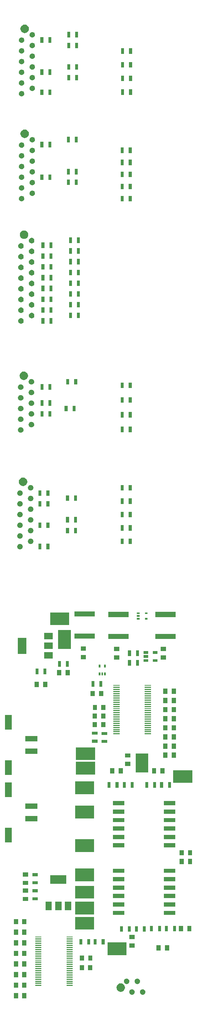
<source format=gts>
G04 #@! TF.GenerationSoftware,KiCad,Pcbnew,5.1.5-52549c5~84~ubuntu18.04.1*
G04 #@! TF.CreationDate,2020-02-28T00:54:15-05:00*
G04 #@! TF.ProjectId,BMS_peripheral_v2,424d535f-7065-4726-9970-686572616c5f,rev?*
G04 #@! TF.SameCoordinates,Original*
G04 #@! TF.FileFunction,Soldermask,Top*
G04 #@! TF.FilePolarity,Negative*
%FSLAX46Y46*%
G04 Gerber Fmt 4.6, Leading zero omitted, Abs format (unit mm)*
G04 Created by KiCad (PCBNEW 5.1.5-52549c5~84~ubuntu18.04.1) date 2020-02-28 00:54:15*
%MOMM*%
%LPD*%
G04 APERTURE LIST*
%ADD10C,0.100000*%
G04 APERTURE END LIST*
D10*
G36*
X184700000Y-377125000D02*
G01*
X183700000Y-377125000D01*
X183700000Y-375875000D01*
X184700000Y-375875000D01*
X184700000Y-377125000D01*
G37*
G36*
X182700000Y-377125000D02*
G01*
X181700000Y-377125000D01*
X181700000Y-375875000D01*
X182700000Y-375875000D01*
X182700000Y-377125000D01*
G37*
G36*
X209926338Y-374956453D02*
G01*
X209968198Y-374964779D01*
X210017196Y-374985075D01*
X210086489Y-375013777D01*
X210121816Y-375037382D01*
X210192951Y-375084912D01*
X210283488Y-375175449D01*
X210331018Y-375246584D01*
X210354623Y-375281911D01*
X210403621Y-375400203D01*
X210428600Y-375525779D01*
X210428600Y-375653821D01*
X210403621Y-375779397D01*
X210354623Y-375897689D01*
X210354622Y-375897690D01*
X210283488Y-376004151D01*
X210192951Y-376094688D01*
X210121816Y-376142218D01*
X210086489Y-376165823D01*
X210017196Y-376194525D01*
X209968198Y-376214821D01*
X209926338Y-376223147D01*
X209842621Y-376239800D01*
X209714579Y-376239800D01*
X209630862Y-376223147D01*
X209589002Y-376214821D01*
X209540004Y-376194525D01*
X209470711Y-376165823D01*
X209435384Y-376142218D01*
X209364249Y-376094688D01*
X209273712Y-376004151D01*
X209202578Y-375897690D01*
X209202577Y-375897689D01*
X209153579Y-375779397D01*
X209128600Y-375653821D01*
X209128600Y-375525779D01*
X209153579Y-375400203D01*
X209202577Y-375281911D01*
X209226182Y-375246584D01*
X209273712Y-375175449D01*
X209364249Y-375084912D01*
X209435384Y-375037382D01*
X209470711Y-375013777D01*
X209540004Y-374985075D01*
X209589002Y-374964779D01*
X209630862Y-374956453D01*
X209714579Y-374939800D01*
X209842621Y-374939800D01*
X209926338Y-374956453D01*
G37*
G36*
X212466338Y-374956453D02*
G01*
X212508198Y-374964779D01*
X212557196Y-374985075D01*
X212626489Y-375013777D01*
X212661816Y-375037382D01*
X212732951Y-375084912D01*
X212823488Y-375175449D01*
X212871018Y-375246584D01*
X212894623Y-375281911D01*
X212943621Y-375400203D01*
X212968600Y-375525779D01*
X212968600Y-375653821D01*
X212943621Y-375779397D01*
X212894623Y-375897689D01*
X212894622Y-375897690D01*
X212823488Y-376004151D01*
X212732951Y-376094688D01*
X212661816Y-376142218D01*
X212626489Y-376165823D01*
X212557196Y-376194525D01*
X212508198Y-376214821D01*
X212466338Y-376223147D01*
X212382621Y-376239800D01*
X212254579Y-376239800D01*
X212170862Y-376223147D01*
X212129002Y-376214821D01*
X212080004Y-376194525D01*
X212010711Y-376165823D01*
X211975384Y-376142218D01*
X211904249Y-376094688D01*
X211813712Y-376004151D01*
X211742578Y-375897690D01*
X211742577Y-375897689D01*
X211693579Y-375779397D01*
X211668600Y-375653821D01*
X211668600Y-375525779D01*
X211693579Y-375400203D01*
X211742577Y-375281911D01*
X211766182Y-375246584D01*
X211813712Y-375175449D01*
X211904249Y-375084912D01*
X211975384Y-375037382D01*
X212010711Y-375013777D01*
X212080004Y-374985075D01*
X212129002Y-374964779D01*
X212170862Y-374956453D01*
X212254579Y-374939800D01*
X212382621Y-374939800D01*
X212466338Y-374956453D01*
G37*
G36*
X207335890Y-373575419D02*
G01*
X207400289Y-373588229D01*
X207582278Y-373663611D01*
X207746063Y-373773049D01*
X207885351Y-373912337D01*
X207994789Y-374076122D01*
X208070171Y-374258111D01*
X208108600Y-374451309D01*
X208108600Y-374648291D01*
X208070171Y-374841489D01*
X207994789Y-375023478D01*
X207885351Y-375187263D01*
X207746063Y-375326551D01*
X207582278Y-375435989D01*
X207400289Y-375511371D01*
X207335890Y-375524181D01*
X207207093Y-375549800D01*
X207010107Y-375549800D01*
X206881310Y-375524181D01*
X206816911Y-375511371D01*
X206634922Y-375435989D01*
X206471137Y-375326551D01*
X206331849Y-375187263D01*
X206222411Y-375023478D01*
X206147029Y-374841489D01*
X206108600Y-374648291D01*
X206108600Y-374451309D01*
X206147029Y-374258111D01*
X206222411Y-374076122D01*
X206331849Y-373912337D01*
X206471137Y-373773049D01*
X206634922Y-373663611D01*
X206816911Y-373588229D01*
X206881310Y-373575419D01*
X207010107Y-373549800D01*
X207207093Y-373549800D01*
X207335890Y-373575419D01*
G37*
G36*
X184700000Y-374610710D02*
G01*
X183700000Y-374610710D01*
X183700000Y-373360710D01*
X184700000Y-373360710D01*
X184700000Y-374610710D01*
G37*
G36*
X182700000Y-374610710D02*
G01*
X181700000Y-374610710D01*
X181700000Y-373360710D01*
X182700000Y-373360710D01*
X182700000Y-374610710D01*
G37*
G36*
X195727000Y-374175000D02*
G01*
X194227000Y-374175000D01*
X194227000Y-373925000D01*
X195727000Y-373925000D01*
X195727000Y-374175000D01*
G37*
G36*
X188262000Y-374175000D02*
G01*
X186762000Y-374175000D01*
X186762000Y-373925000D01*
X188262000Y-373925000D01*
X188262000Y-374175000D01*
G37*
G36*
X208656338Y-372416453D02*
G01*
X208698198Y-372424779D01*
X208747196Y-372445075D01*
X208816489Y-372473777D01*
X208816490Y-372473778D01*
X208922951Y-372544912D01*
X209013488Y-372635449D01*
X209061018Y-372706584D01*
X209084623Y-372741911D01*
X209133621Y-372860203D01*
X209158600Y-372985779D01*
X209158600Y-373113821D01*
X209133621Y-373239397D01*
X209084623Y-373357689D01*
X209084622Y-373357690D01*
X209013488Y-373464151D01*
X208922951Y-373554688D01*
X208851816Y-373602218D01*
X208816489Y-373625823D01*
X208747196Y-373654525D01*
X208698198Y-373674821D01*
X208656338Y-373683147D01*
X208572621Y-373699800D01*
X208444579Y-373699800D01*
X208360862Y-373683147D01*
X208319002Y-373674821D01*
X208270004Y-373654525D01*
X208200711Y-373625823D01*
X208165384Y-373602218D01*
X208094249Y-373554688D01*
X208003712Y-373464151D01*
X207932578Y-373357690D01*
X207932577Y-373357689D01*
X207883579Y-373239397D01*
X207858600Y-373113821D01*
X207858600Y-372985779D01*
X207883579Y-372860203D01*
X207932577Y-372741911D01*
X207956182Y-372706584D01*
X208003712Y-372635449D01*
X208094249Y-372544912D01*
X208200710Y-372473778D01*
X208200711Y-372473777D01*
X208270004Y-372445075D01*
X208319002Y-372424779D01*
X208360862Y-372416453D01*
X208444579Y-372399800D01*
X208572621Y-372399800D01*
X208656338Y-372416453D01*
G37*
G36*
X211196338Y-372416453D02*
G01*
X211238198Y-372424779D01*
X211287196Y-372445075D01*
X211356489Y-372473777D01*
X211356490Y-372473778D01*
X211462951Y-372544912D01*
X211553488Y-372635449D01*
X211601018Y-372706584D01*
X211624623Y-372741911D01*
X211673621Y-372860203D01*
X211698600Y-372985779D01*
X211698600Y-373113821D01*
X211673621Y-373239397D01*
X211624623Y-373357689D01*
X211624622Y-373357690D01*
X211553488Y-373464151D01*
X211462951Y-373554688D01*
X211391816Y-373602218D01*
X211356489Y-373625823D01*
X211287196Y-373654525D01*
X211238198Y-373674821D01*
X211196338Y-373683147D01*
X211112621Y-373699800D01*
X210984579Y-373699800D01*
X210900862Y-373683147D01*
X210859002Y-373674821D01*
X210810004Y-373654525D01*
X210740711Y-373625823D01*
X210705384Y-373602218D01*
X210634249Y-373554688D01*
X210543712Y-373464151D01*
X210472578Y-373357690D01*
X210472577Y-373357689D01*
X210423579Y-373239397D01*
X210398600Y-373113821D01*
X210398600Y-372985779D01*
X210423579Y-372860203D01*
X210472577Y-372741911D01*
X210496182Y-372706584D01*
X210543712Y-372635449D01*
X210634249Y-372544912D01*
X210740710Y-372473778D01*
X210740711Y-372473777D01*
X210810004Y-372445075D01*
X210859002Y-372424779D01*
X210900862Y-372416453D01*
X210984579Y-372399800D01*
X211112621Y-372399800D01*
X211196338Y-372416453D01*
G37*
G36*
X188262000Y-373675000D02*
G01*
X186762000Y-373675000D01*
X186762000Y-373425000D01*
X188262000Y-373425000D01*
X188262000Y-373675000D01*
G37*
G36*
X195727000Y-373675000D02*
G01*
X194227000Y-373675000D01*
X194227000Y-373425000D01*
X195727000Y-373425000D01*
X195727000Y-373675000D01*
G37*
G36*
X195727000Y-373175000D02*
G01*
X194227000Y-373175000D01*
X194227000Y-372925000D01*
X195727000Y-372925000D01*
X195727000Y-373175000D01*
G37*
G36*
X188262000Y-373175000D02*
G01*
X186762000Y-373175000D01*
X186762000Y-372925000D01*
X188262000Y-372925000D01*
X188262000Y-373175000D01*
G37*
G36*
X188262000Y-372675000D02*
G01*
X186762000Y-372675000D01*
X186762000Y-372425000D01*
X188262000Y-372425000D01*
X188262000Y-372675000D01*
G37*
G36*
X195727000Y-372675000D02*
G01*
X194227000Y-372675000D01*
X194227000Y-372425000D01*
X195727000Y-372425000D01*
X195727000Y-372675000D01*
G37*
G36*
X188262000Y-372175000D02*
G01*
X186762000Y-372175000D01*
X186762000Y-371925000D01*
X188262000Y-371925000D01*
X188262000Y-372175000D01*
G37*
G36*
X195727000Y-372175000D02*
G01*
X194227000Y-372175000D01*
X194227000Y-371925000D01*
X195727000Y-371925000D01*
X195727000Y-372175000D01*
G37*
G36*
X184700000Y-372096425D02*
G01*
X183700000Y-372096425D01*
X183700000Y-370846425D01*
X184700000Y-370846425D01*
X184700000Y-372096425D01*
G37*
G36*
X182700000Y-372096425D02*
G01*
X181700000Y-372096425D01*
X181700000Y-370846425D01*
X182700000Y-370846425D01*
X182700000Y-372096425D01*
G37*
G36*
X195727000Y-371675000D02*
G01*
X194227000Y-371675000D01*
X194227000Y-371425000D01*
X195727000Y-371425000D01*
X195727000Y-371675000D01*
G37*
G36*
X188262000Y-371675000D02*
G01*
X186762000Y-371675000D01*
X186762000Y-371425000D01*
X188262000Y-371425000D01*
X188262000Y-371675000D01*
G37*
G36*
X195727000Y-371175000D02*
G01*
X194227000Y-371175000D01*
X194227000Y-370925000D01*
X195727000Y-370925000D01*
X195727000Y-371175000D01*
G37*
G36*
X188262000Y-371175000D02*
G01*
X186762000Y-371175000D01*
X186762000Y-370925000D01*
X188262000Y-370925000D01*
X188262000Y-371175000D01*
G37*
G36*
X188262000Y-370675000D02*
G01*
X186762000Y-370675000D01*
X186762000Y-370425000D01*
X188262000Y-370425000D01*
X188262000Y-370675000D01*
G37*
G36*
X195727000Y-370675000D02*
G01*
X194227000Y-370675000D01*
X194227000Y-370425000D01*
X195727000Y-370425000D01*
X195727000Y-370675000D01*
G37*
G36*
X198366000Y-370449000D02*
G01*
X197366000Y-370449000D01*
X197366000Y-369199000D01*
X198366000Y-369199000D01*
X198366000Y-370449000D01*
G37*
G36*
X200366000Y-370449000D02*
G01*
X199366000Y-370449000D01*
X199366000Y-369199000D01*
X200366000Y-369199000D01*
X200366000Y-370449000D01*
G37*
G36*
X195727000Y-370175000D02*
G01*
X194227000Y-370175000D01*
X194227000Y-369925000D01*
X195727000Y-369925000D01*
X195727000Y-370175000D01*
G37*
G36*
X188262000Y-370175000D02*
G01*
X186762000Y-370175000D01*
X186762000Y-369925000D01*
X188262000Y-369925000D01*
X188262000Y-370175000D01*
G37*
G36*
X195727000Y-369675000D02*
G01*
X194227000Y-369675000D01*
X194227000Y-369425000D01*
X195727000Y-369425000D01*
X195727000Y-369675000D01*
G37*
G36*
X188262000Y-369675000D02*
G01*
X186762000Y-369675000D01*
X186762000Y-369425000D01*
X188262000Y-369425000D01*
X188262000Y-369675000D01*
G37*
G36*
X184700000Y-369582140D02*
G01*
X183700000Y-369582140D01*
X183700000Y-368332140D01*
X184700000Y-368332140D01*
X184700000Y-369582140D01*
G37*
G36*
X182700000Y-369582140D02*
G01*
X181700000Y-369582140D01*
X181700000Y-368332140D01*
X182700000Y-368332140D01*
X182700000Y-369582140D01*
G37*
G36*
X195727000Y-369175000D02*
G01*
X194227000Y-369175000D01*
X194227000Y-368925000D01*
X195727000Y-368925000D01*
X195727000Y-369175000D01*
G37*
G36*
X188262000Y-369175000D02*
G01*
X186762000Y-369175000D01*
X186762000Y-368925000D01*
X188262000Y-368925000D01*
X188262000Y-369175000D01*
G37*
G36*
X195727000Y-368675000D02*
G01*
X194227000Y-368675000D01*
X194227000Y-368425000D01*
X195727000Y-368425000D01*
X195727000Y-368675000D01*
G37*
G36*
X188262000Y-368675000D02*
G01*
X186762000Y-368675000D01*
X186762000Y-368425000D01*
X188262000Y-368425000D01*
X188262000Y-368675000D01*
G37*
G36*
X195727000Y-368175000D02*
G01*
X194227000Y-368175000D01*
X194227000Y-367925000D01*
X195727000Y-367925000D01*
X195727000Y-368175000D01*
G37*
G36*
X188262000Y-368175000D02*
G01*
X186762000Y-368175000D01*
X186762000Y-367925000D01*
X188262000Y-367925000D01*
X188262000Y-368175000D01*
G37*
G36*
X200382000Y-368163000D02*
G01*
X199382000Y-368163000D01*
X199382000Y-366913000D01*
X200382000Y-366913000D01*
X200382000Y-368163000D01*
G37*
G36*
X198382000Y-368163000D02*
G01*
X197382000Y-368163000D01*
X197382000Y-366913000D01*
X198382000Y-366913000D01*
X198382000Y-368163000D01*
G37*
G36*
X195727000Y-367675000D02*
G01*
X194227000Y-367675000D01*
X194227000Y-367425000D01*
X195727000Y-367425000D01*
X195727000Y-367675000D01*
G37*
G36*
X188262000Y-367675000D02*
G01*
X186762000Y-367675000D01*
X186762000Y-367425000D01*
X188262000Y-367425000D01*
X188262000Y-367675000D01*
G37*
G36*
X188262000Y-367175000D02*
G01*
X186762000Y-367175000D01*
X186762000Y-366925000D01*
X188262000Y-366925000D01*
X188262000Y-367175000D01*
G37*
G36*
X195727000Y-367175000D02*
G01*
X194227000Y-367175000D01*
X194227000Y-366925000D01*
X195727000Y-366925000D01*
X195727000Y-367175000D01*
G37*
G36*
X184700000Y-367067855D02*
G01*
X183700000Y-367067855D01*
X183700000Y-365817855D01*
X184700000Y-365817855D01*
X184700000Y-367067855D01*
G37*
G36*
X182700000Y-367067855D02*
G01*
X181700000Y-367067855D01*
X181700000Y-365817855D01*
X182700000Y-365817855D01*
X182700000Y-367067855D01*
G37*
G36*
X208472600Y-366828200D02*
G01*
X203972600Y-366828200D01*
X203972600Y-363828200D01*
X208472600Y-363828200D01*
X208472600Y-366828200D01*
G37*
G36*
X195727000Y-366675000D02*
G01*
X194227000Y-366675000D01*
X194227000Y-366425000D01*
X195727000Y-366425000D01*
X195727000Y-366675000D01*
G37*
G36*
X188262000Y-366675000D02*
G01*
X186762000Y-366675000D01*
X186762000Y-366425000D01*
X188262000Y-366425000D01*
X188262000Y-366675000D01*
G37*
G36*
X195727000Y-366175000D02*
G01*
X194227000Y-366175000D01*
X194227000Y-365925000D01*
X195727000Y-365925000D01*
X195727000Y-366175000D01*
G37*
G36*
X188262000Y-366175000D02*
G01*
X186762000Y-366175000D01*
X186762000Y-365925000D01*
X188262000Y-365925000D01*
X188262000Y-366175000D01*
G37*
G36*
X218600600Y-365757200D02*
G01*
X217600600Y-365757200D01*
X217600600Y-364507200D01*
X218600600Y-364507200D01*
X218600600Y-365757200D01*
G37*
G36*
X216600600Y-365757200D02*
G01*
X215600600Y-365757200D01*
X215600600Y-364507200D01*
X216600600Y-364507200D01*
X216600600Y-365757200D01*
G37*
G36*
X195727000Y-365675000D02*
G01*
X194227000Y-365675000D01*
X194227000Y-365425000D01*
X195727000Y-365425000D01*
X195727000Y-365675000D01*
G37*
G36*
X188262000Y-365675000D02*
G01*
X186762000Y-365675000D01*
X186762000Y-365425000D01*
X188262000Y-365425000D01*
X188262000Y-365675000D01*
G37*
G36*
X188262000Y-365175000D02*
G01*
X186762000Y-365175000D01*
X186762000Y-364925000D01*
X188262000Y-364925000D01*
X188262000Y-365175000D01*
G37*
G36*
X195727000Y-365175000D02*
G01*
X194227000Y-365175000D01*
X194227000Y-364925000D01*
X195727000Y-364925000D01*
X195727000Y-365175000D01*
G37*
G36*
X210421800Y-365075600D02*
G01*
X209171800Y-365075600D01*
X209171800Y-364075600D01*
X210421800Y-364075600D01*
X210421800Y-365075600D01*
G37*
G36*
X188262000Y-364675000D02*
G01*
X186762000Y-364675000D01*
X186762000Y-364425000D01*
X188262000Y-364425000D01*
X188262000Y-364675000D01*
G37*
G36*
X195727000Y-364675000D02*
G01*
X194227000Y-364675000D01*
X194227000Y-364425000D01*
X195727000Y-364425000D01*
X195727000Y-364675000D01*
G37*
G36*
X182700000Y-364553570D02*
G01*
X181700000Y-364553570D01*
X181700000Y-363303570D01*
X182700000Y-363303570D01*
X182700000Y-364553570D01*
G37*
G36*
X184700000Y-364553570D02*
G01*
X183700000Y-364553570D01*
X183700000Y-363303570D01*
X184700000Y-363303570D01*
X184700000Y-364553570D01*
G37*
G36*
X203280800Y-364352600D02*
G01*
X202580800Y-364352600D01*
X202580800Y-363052600D01*
X203280800Y-363052600D01*
X203280800Y-364352600D01*
G37*
G36*
X201380800Y-364352600D02*
G01*
X200680800Y-364352600D01*
X200680800Y-363052600D01*
X201380800Y-363052600D01*
X201380800Y-364352600D01*
G37*
G36*
X197951800Y-364352600D02*
G01*
X197251800Y-364352600D01*
X197251800Y-363052600D01*
X197951800Y-363052600D01*
X197951800Y-364352600D01*
G37*
G36*
X199851800Y-364352600D02*
G01*
X199151800Y-364352600D01*
X199151800Y-363052600D01*
X199851800Y-363052600D01*
X199851800Y-364352600D01*
G37*
G36*
X195727000Y-364175000D02*
G01*
X194227000Y-364175000D01*
X194227000Y-363925000D01*
X195727000Y-363925000D01*
X195727000Y-364175000D01*
G37*
G36*
X188262000Y-364175000D02*
G01*
X186762000Y-364175000D01*
X186762000Y-363925000D01*
X188262000Y-363925000D01*
X188262000Y-364175000D01*
G37*
G36*
X195727000Y-363675000D02*
G01*
X194227000Y-363675000D01*
X194227000Y-363425000D01*
X195727000Y-363425000D01*
X195727000Y-363675000D01*
G37*
G36*
X188262000Y-363675000D02*
G01*
X186762000Y-363675000D01*
X186762000Y-363425000D01*
X188262000Y-363425000D01*
X188262000Y-363675000D01*
G37*
G36*
X195727000Y-363175000D02*
G01*
X194227000Y-363175000D01*
X194227000Y-362925000D01*
X195727000Y-362925000D01*
X195727000Y-363175000D01*
G37*
G36*
X188262000Y-363175000D02*
G01*
X186762000Y-363175000D01*
X186762000Y-362925000D01*
X188262000Y-362925000D01*
X188262000Y-363175000D01*
G37*
G36*
X210421800Y-363075600D02*
G01*
X209171800Y-363075600D01*
X209171800Y-362075600D01*
X210421800Y-362075600D01*
X210421800Y-363075600D01*
G37*
G36*
X188262000Y-362675000D02*
G01*
X186762000Y-362675000D01*
X186762000Y-362425000D01*
X188262000Y-362425000D01*
X188262000Y-362675000D01*
G37*
G36*
X195727000Y-362675000D02*
G01*
X194227000Y-362675000D01*
X194227000Y-362425000D01*
X195727000Y-362425000D01*
X195727000Y-362675000D01*
G37*
G36*
X184700000Y-362039285D02*
G01*
X183700000Y-362039285D01*
X183700000Y-360789285D01*
X184700000Y-360789285D01*
X184700000Y-362039285D01*
G37*
G36*
X182700000Y-362039285D02*
G01*
X181700000Y-362039285D01*
X181700000Y-360789285D01*
X182700000Y-360789285D01*
X182700000Y-362039285D01*
G37*
G36*
X207613000Y-361272000D02*
G01*
X206913000Y-361272000D01*
X206913000Y-359972000D01*
X207613000Y-359972000D01*
X207613000Y-361272000D01*
G37*
G36*
X209513000Y-361272000D02*
G01*
X208813000Y-361272000D01*
X208813000Y-359972000D01*
X209513000Y-359972000D01*
X209513000Y-361272000D01*
G37*
G36*
X211169000Y-361272000D02*
G01*
X210469000Y-361272000D01*
X210469000Y-359972000D01*
X211169000Y-359972000D01*
X211169000Y-361272000D01*
G37*
G36*
X213069000Y-361272000D02*
G01*
X212369000Y-361272000D01*
X212369000Y-359972000D01*
X213069000Y-359972000D01*
X213069000Y-361272000D01*
G37*
G36*
X218331800Y-361221200D02*
G01*
X217631800Y-361221200D01*
X217631800Y-359921200D01*
X218331800Y-359921200D01*
X218331800Y-361221200D01*
G37*
G36*
X216675800Y-361221200D02*
G01*
X215975800Y-361221200D01*
X215975800Y-359921200D01*
X216675800Y-359921200D01*
X216675800Y-361221200D01*
G37*
G36*
X220231800Y-361221200D02*
G01*
X219531800Y-361221200D01*
X219531800Y-359921200D01*
X220231800Y-359921200D01*
X220231800Y-361221200D01*
G37*
G36*
X214775800Y-361221200D02*
G01*
X214075800Y-361221200D01*
X214075800Y-359921200D01*
X214775800Y-359921200D01*
X214775800Y-361221200D01*
G37*
G36*
X221918600Y-361185200D02*
G01*
X220918600Y-361185200D01*
X220918600Y-359935200D01*
X221918600Y-359935200D01*
X221918600Y-361185200D01*
G37*
G36*
X223918600Y-361185200D02*
G01*
X222918600Y-361185200D01*
X222918600Y-359935200D01*
X223918600Y-359935200D01*
X223918600Y-361185200D01*
G37*
G36*
X200801800Y-360808400D02*
G01*
X196301800Y-360808400D01*
X196301800Y-357808400D01*
X200801800Y-357808400D01*
X200801800Y-360808400D01*
G37*
G36*
X182700000Y-359525000D02*
G01*
X181700000Y-359525000D01*
X181700000Y-358275000D01*
X182700000Y-358275000D01*
X182700000Y-359525000D01*
G37*
G36*
X184700000Y-359525000D02*
G01*
X183700000Y-359525000D01*
X183700000Y-358275000D01*
X184700000Y-358275000D01*
X184700000Y-359525000D01*
G37*
G36*
X207989200Y-357340800D02*
G01*
X205289200Y-357340800D01*
X205289200Y-356340800D01*
X207989200Y-356340800D01*
X207989200Y-357340800D01*
G37*
G36*
X220059200Y-357340800D02*
G01*
X217359200Y-357340800D01*
X217359200Y-356340800D01*
X220059200Y-356340800D01*
X220059200Y-357340800D01*
G37*
G36*
X200801800Y-357201600D02*
G01*
X196301800Y-357201600D01*
X196301800Y-354201600D01*
X200801800Y-354201600D01*
X200801800Y-357201600D01*
G37*
G36*
X190728000Y-356194000D02*
G01*
X189228000Y-356194000D01*
X189228000Y-354194000D01*
X190728000Y-354194000D01*
X190728000Y-356194000D01*
G37*
G36*
X195328000Y-356194000D02*
G01*
X193828000Y-356194000D01*
X193828000Y-354194000D01*
X195328000Y-354194000D01*
X195328000Y-356194000D01*
G37*
G36*
X193028000Y-356194000D02*
G01*
X191528000Y-356194000D01*
X191528000Y-354194000D01*
X193028000Y-354194000D01*
X193028000Y-356194000D01*
G37*
G36*
X220059200Y-355340800D02*
G01*
X217359200Y-355340800D01*
X217359200Y-354340800D01*
X220059200Y-354340800D01*
X220059200Y-355340800D01*
G37*
G36*
X207989200Y-355340800D02*
G01*
X205289200Y-355340800D01*
X205289200Y-354340800D01*
X207989200Y-354340800D01*
X207989200Y-355340800D01*
G37*
G36*
X185079000Y-354026000D02*
G01*
X183829000Y-354026000D01*
X183829000Y-353026000D01*
X185079000Y-353026000D01*
X185079000Y-354026000D01*
G37*
G36*
X187390000Y-353826000D02*
G01*
X186090000Y-353826000D01*
X186090000Y-353126000D01*
X187390000Y-353126000D01*
X187390000Y-353826000D01*
G37*
G36*
X200801800Y-353417000D02*
G01*
X196301800Y-353417000D01*
X196301800Y-350417000D01*
X200801800Y-350417000D01*
X200801800Y-353417000D01*
G37*
G36*
X207989200Y-353340800D02*
G01*
X205289200Y-353340800D01*
X205289200Y-352340800D01*
X207989200Y-352340800D01*
X207989200Y-353340800D01*
G37*
G36*
X220059200Y-353340800D02*
G01*
X217359200Y-353340800D01*
X217359200Y-352340800D01*
X220059200Y-352340800D01*
X220059200Y-353340800D01*
G37*
G36*
X185079000Y-352026000D02*
G01*
X183829000Y-352026000D01*
X183829000Y-351026000D01*
X185079000Y-351026000D01*
X185079000Y-352026000D01*
G37*
G36*
X187390000Y-351926000D02*
G01*
X186090000Y-351926000D01*
X186090000Y-351226000D01*
X187390000Y-351226000D01*
X187390000Y-351926000D01*
G37*
G36*
X220059200Y-351340800D02*
G01*
X217359200Y-351340800D01*
X217359200Y-350340800D01*
X220059200Y-350340800D01*
X220059200Y-351340800D01*
G37*
G36*
X207989200Y-351340800D02*
G01*
X205289200Y-351340800D01*
X205289200Y-350340800D01*
X207989200Y-350340800D01*
X207989200Y-351340800D01*
G37*
G36*
X185079000Y-350216000D02*
G01*
X183829000Y-350216000D01*
X183829000Y-349216000D01*
X185079000Y-349216000D01*
X185079000Y-350216000D01*
G37*
G36*
X187390000Y-350016000D02*
G01*
X186090000Y-350016000D01*
X186090000Y-349316000D01*
X187390000Y-349316000D01*
X187390000Y-350016000D01*
G37*
G36*
X194178000Y-349894000D02*
G01*
X190378000Y-349894000D01*
X190378000Y-347894000D01*
X194178000Y-347894000D01*
X194178000Y-349894000D01*
G37*
G36*
X220059200Y-349340800D02*
G01*
X217359200Y-349340800D01*
X217359200Y-348340800D01*
X220059200Y-348340800D01*
X220059200Y-349340800D01*
G37*
G36*
X207989200Y-349340800D02*
G01*
X205289200Y-349340800D01*
X205289200Y-348340800D01*
X207989200Y-348340800D01*
X207989200Y-349340800D01*
G37*
G36*
X200801800Y-349302200D02*
G01*
X196301800Y-349302200D01*
X196301800Y-346302200D01*
X200801800Y-346302200D01*
X200801800Y-349302200D01*
G37*
G36*
X185079000Y-348216000D02*
G01*
X183829000Y-348216000D01*
X183829000Y-347216000D01*
X185079000Y-347216000D01*
X185079000Y-348216000D01*
G37*
G36*
X187390000Y-348116000D02*
G01*
X186090000Y-348116000D01*
X186090000Y-347416000D01*
X187390000Y-347416000D01*
X187390000Y-348116000D01*
G37*
G36*
X220059200Y-347340800D02*
G01*
X217359200Y-347340800D01*
X217359200Y-346340800D01*
X220059200Y-346340800D01*
X220059200Y-347340800D01*
G37*
G36*
X207989200Y-347340800D02*
G01*
X205289200Y-347340800D01*
X205289200Y-346340800D01*
X207989200Y-346340800D01*
X207989200Y-347340800D01*
G37*
G36*
X224080200Y-345277600D02*
G01*
X223080200Y-345277600D01*
X223080200Y-344027600D01*
X224080200Y-344027600D01*
X224080200Y-345277600D01*
G37*
G36*
X222080200Y-345277600D02*
G01*
X221080200Y-345277600D01*
X221080200Y-344027600D01*
X222080200Y-344027600D01*
X222080200Y-345277600D01*
G37*
G36*
X224080200Y-343194800D02*
G01*
X223080200Y-343194800D01*
X223080200Y-341944800D01*
X224080200Y-341944800D01*
X224080200Y-343194800D01*
G37*
G36*
X222080200Y-343194800D02*
G01*
X221080200Y-343194800D01*
X221080200Y-341944800D01*
X222080200Y-341944800D01*
X222080200Y-343194800D01*
G37*
G36*
X200801800Y-342368000D02*
G01*
X196301800Y-342368000D01*
X196301800Y-339368000D01*
X200801800Y-339368000D01*
X200801800Y-342368000D01*
G37*
G36*
X207989200Y-341313400D02*
G01*
X205289200Y-341313400D01*
X205289200Y-340313400D01*
X207989200Y-340313400D01*
X207989200Y-341313400D01*
G37*
G36*
X220059200Y-341313400D02*
G01*
X217359200Y-341313400D01*
X217359200Y-340313400D01*
X220059200Y-340313400D01*
X220059200Y-341313400D01*
G37*
G36*
X181229000Y-340089000D02*
G01*
X179579000Y-340089000D01*
X179579000Y-336659000D01*
X181229000Y-336659000D01*
X181229000Y-340089000D01*
G37*
G36*
X207989200Y-339313400D02*
G01*
X205289200Y-339313400D01*
X205289200Y-338313400D01*
X207989200Y-338313400D01*
X207989200Y-339313400D01*
G37*
G36*
X220059200Y-339313400D02*
G01*
X217359200Y-339313400D01*
X217359200Y-338313400D01*
X220059200Y-338313400D01*
X220059200Y-339313400D01*
G37*
G36*
X207989200Y-337313400D02*
G01*
X205289200Y-337313400D01*
X205289200Y-336313400D01*
X207989200Y-336313400D01*
X207989200Y-337313400D01*
G37*
G36*
X220059200Y-337313400D02*
G01*
X217359200Y-337313400D01*
X217359200Y-336313400D01*
X220059200Y-336313400D01*
X220059200Y-337313400D01*
G37*
G36*
X207989200Y-335313400D02*
G01*
X205289200Y-335313400D01*
X205289200Y-334313400D01*
X207989200Y-334313400D01*
X207989200Y-335313400D01*
G37*
G36*
X220059200Y-335313400D02*
G01*
X217359200Y-335313400D01*
X217359200Y-334313400D01*
X220059200Y-334313400D01*
X220059200Y-335313400D01*
G37*
G36*
X187324000Y-335129000D02*
G01*
X184404000Y-335129000D01*
X184404000Y-333859000D01*
X187324000Y-333859000D01*
X187324000Y-335129000D01*
G37*
G36*
X200801800Y-334417800D02*
G01*
X196301800Y-334417800D01*
X196301800Y-331417800D01*
X200801800Y-331417800D01*
X200801800Y-334417800D01*
G37*
G36*
X207989200Y-333313400D02*
G01*
X205289200Y-333313400D01*
X205289200Y-332313400D01*
X207989200Y-332313400D01*
X207989200Y-333313400D01*
G37*
G36*
X220059200Y-333313400D02*
G01*
X217359200Y-333313400D01*
X217359200Y-332313400D01*
X220059200Y-332313400D01*
X220059200Y-333313400D01*
G37*
G36*
X187324000Y-332129000D02*
G01*
X184404000Y-332129000D01*
X184404000Y-330859000D01*
X187324000Y-330859000D01*
X187324000Y-332129000D01*
G37*
G36*
X220059200Y-331313400D02*
G01*
X217359200Y-331313400D01*
X217359200Y-330313400D01*
X220059200Y-330313400D01*
X220059200Y-331313400D01*
G37*
G36*
X207989200Y-331313400D02*
G01*
X205289200Y-331313400D01*
X205289200Y-330313400D01*
X207989200Y-330313400D01*
X207989200Y-331313400D01*
G37*
G36*
X181229000Y-329329000D02*
G01*
X179579000Y-329329000D01*
X179579000Y-325899000D01*
X181229000Y-325899000D01*
X181229000Y-329329000D01*
G37*
G36*
X200801800Y-328652000D02*
G01*
X196301800Y-328652000D01*
X196301800Y-325652000D01*
X200801800Y-325652000D01*
X200801800Y-328652000D01*
G37*
G36*
X215534400Y-327142800D02*
G01*
X214834400Y-327142800D01*
X214834400Y-325842800D01*
X215534400Y-325842800D01*
X215534400Y-327142800D01*
G37*
G36*
X213634400Y-327142800D02*
G01*
X212934400Y-327142800D01*
X212934400Y-325842800D01*
X213634400Y-325842800D01*
X213634400Y-327142800D01*
G37*
G36*
X210190200Y-327117400D02*
G01*
X209490200Y-327117400D01*
X209490200Y-325817400D01*
X210190200Y-325817400D01*
X210190200Y-327117400D01*
G37*
G36*
X208290200Y-327117400D02*
G01*
X207590200Y-327117400D01*
X207590200Y-325817400D01*
X208290200Y-325817400D01*
X208290200Y-327117400D01*
G37*
G36*
X206568200Y-327117400D02*
G01*
X205868200Y-327117400D01*
X205868200Y-325817400D01*
X206568200Y-325817400D01*
X206568200Y-327117400D01*
G37*
G36*
X217165000Y-327117400D02*
G01*
X216465000Y-327117400D01*
X216465000Y-325817400D01*
X217165000Y-325817400D01*
X217165000Y-327117400D01*
G37*
G36*
X204668200Y-327117400D02*
G01*
X203968200Y-327117400D01*
X203968200Y-325817400D01*
X204668200Y-325817400D01*
X204668200Y-327117400D01*
G37*
G36*
X219065000Y-327117400D02*
G01*
X218365000Y-327117400D01*
X218365000Y-325817400D01*
X219065000Y-325817400D01*
X219065000Y-327117400D01*
G37*
G36*
X224093600Y-326010400D02*
G01*
X219593600Y-326010400D01*
X219593600Y-323010400D01*
X224093600Y-323010400D01*
X224093600Y-326010400D01*
G37*
G36*
X181229000Y-324087000D02*
G01*
X179579000Y-324087000D01*
X179579000Y-320657000D01*
X181229000Y-320657000D01*
X181229000Y-324087000D01*
G37*
G36*
X200979600Y-324003800D02*
G01*
X196479600Y-324003800D01*
X196479600Y-321003800D01*
X200979600Y-321003800D01*
X200979600Y-324003800D01*
G37*
G36*
X205595600Y-323763800D02*
G01*
X204595600Y-323763800D01*
X204595600Y-322513800D01*
X205595600Y-322513800D01*
X205595600Y-323763800D01*
G37*
G36*
X207595600Y-323763800D02*
G01*
X206595600Y-323763800D01*
X206595600Y-322513800D01*
X207595600Y-322513800D01*
X207595600Y-323763800D01*
G37*
G36*
X217527000Y-323738400D02*
G01*
X216527000Y-323738400D01*
X216527000Y-322488400D01*
X217527000Y-322488400D01*
X217527000Y-323738400D01*
G37*
G36*
X215527000Y-323738400D02*
G01*
X214527000Y-323738400D01*
X214527000Y-322488400D01*
X215527000Y-322488400D01*
X215527000Y-323738400D01*
G37*
G36*
X213640800Y-323509200D02*
G01*
X210640800Y-323509200D01*
X210640800Y-319009200D01*
X213640800Y-319009200D01*
X213640800Y-323509200D01*
G37*
G36*
X209362200Y-321997200D02*
G01*
X208112200Y-321997200D01*
X208112200Y-320997200D01*
X209362200Y-320997200D01*
X209362200Y-321997200D01*
G37*
G36*
X200979600Y-320574800D02*
G01*
X196479600Y-320574800D01*
X196479600Y-317574800D01*
X200979600Y-317574800D01*
X200979600Y-320574800D01*
G37*
G36*
X218220480Y-320063000D02*
G01*
X217220480Y-320063000D01*
X217220480Y-318813000D01*
X218220480Y-318813000D01*
X218220480Y-320063000D01*
G37*
G36*
X220220480Y-320063000D02*
G01*
X219220480Y-320063000D01*
X219220480Y-318813000D01*
X220220480Y-318813000D01*
X220220480Y-320063000D01*
G37*
G36*
X209362200Y-319997200D02*
G01*
X208112200Y-319997200D01*
X208112200Y-318997200D01*
X209362200Y-318997200D01*
X209362200Y-319997200D01*
G37*
G36*
X187324000Y-319127000D02*
G01*
X184404000Y-319127000D01*
X184404000Y-317857000D01*
X187324000Y-317857000D01*
X187324000Y-319127000D01*
G37*
G36*
X218220480Y-317896592D02*
G01*
X217220480Y-317896592D01*
X217220480Y-316646592D01*
X218220480Y-316646592D01*
X218220480Y-317896592D01*
G37*
G36*
X220220480Y-317896592D02*
G01*
X219220480Y-317896592D01*
X219220480Y-316646592D01*
X220220480Y-316646592D01*
X220220480Y-317896592D01*
G37*
G36*
X203875400Y-316514000D02*
G01*
X202575400Y-316514000D01*
X202575400Y-315814000D01*
X203875400Y-315814000D01*
X203875400Y-316514000D01*
G37*
G36*
X201589400Y-316448000D02*
G01*
X200289400Y-316448000D01*
X200289400Y-315748000D01*
X201589400Y-315748000D01*
X201589400Y-316448000D01*
G37*
G36*
X187324000Y-316127000D02*
G01*
X184404000Y-316127000D01*
X184404000Y-314857000D01*
X187324000Y-314857000D01*
X187324000Y-316127000D01*
G37*
G36*
X220220480Y-315730190D02*
G01*
X219220480Y-315730190D01*
X219220480Y-314480190D01*
X220220480Y-314480190D01*
X220220480Y-315730190D01*
G37*
G36*
X218220480Y-315730190D02*
G01*
X217220480Y-315730190D01*
X217220480Y-314480190D01*
X218220480Y-314480190D01*
X218220480Y-315730190D01*
G37*
G36*
X203875400Y-314614000D02*
G01*
X202575400Y-314614000D01*
X202575400Y-313914000D01*
X203875400Y-313914000D01*
X203875400Y-314614000D01*
G37*
G36*
X201589400Y-314548000D02*
G01*
X200289400Y-314548000D01*
X200289400Y-313848000D01*
X201589400Y-313848000D01*
X201589400Y-314548000D01*
G37*
G36*
X214329400Y-314485000D02*
G01*
X212829400Y-314485000D01*
X212829400Y-314235000D01*
X214329400Y-314235000D01*
X214329400Y-314485000D01*
G37*
G36*
X206864400Y-314485000D02*
G01*
X205364400Y-314485000D01*
X205364400Y-314235000D01*
X206864400Y-314235000D01*
X206864400Y-314485000D01*
G37*
G36*
X214329400Y-313985000D02*
G01*
X212829400Y-313985000D01*
X212829400Y-313735000D01*
X214329400Y-313735000D01*
X214329400Y-313985000D01*
G37*
G36*
X206864400Y-313985000D02*
G01*
X205364400Y-313985000D01*
X205364400Y-313735000D01*
X206864400Y-313735000D01*
X206864400Y-313985000D01*
G37*
G36*
X220220480Y-313563788D02*
G01*
X219220480Y-313563788D01*
X219220480Y-312313788D01*
X220220480Y-312313788D01*
X220220480Y-313563788D01*
G37*
G36*
X218220480Y-313563788D02*
G01*
X217220480Y-313563788D01*
X217220480Y-312313788D01*
X218220480Y-312313788D01*
X218220480Y-313563788D01*
G37*
G36*
X214329400Y-313485000D02*
G01*
X212829400Y-313485000D01*
X212829400Y-313235000D01*
X214329400Y-313235000D01*
X214329400Y-313485000D01*
G37*
G36*
X206864400Y-313485000D02*
G01*
X205364400Y-313485000D01*
X205364400Y-313235000D01*
X206864400Y-313235000D01*
X206864400Y-313485000D01*
G37*
G36*
X181229000Y-313327000D02*
G01*
X179579000Y-313327000D01*
X179579000Y-309897000D01*
X181229000Y-309897000D01*
X181229000Y-313327000D01*
G37*
G36*
X214329400Y-312985000D02*
G01*
X212829400Y-312985000D01*
X212829400Y-312735000D01*
X214329400Y-312735000D01*
X214329400Y-312985000D01*
G37*
G36*
X206864400Y-312985000D02*
G01*
X205364400Y-312985000D01*
X205364400Y-312735000D01*
X206864400Y-312735000D01*
X206864400Y-312985000D01*
G37*
G36*
X201455400Y-312791000D02*
G01*
X200455400Y-312791000D01*
X200455400Y-311541000D01*
X201455400Y-311541000D01*
X201455400Y-312791000D01*
G37*
G36*
X203455400Y-312791000D02*
G01*
X202455400Y-312791000D01*
X202455400Y-311541000D01*
X203455400Y-311541000D01*
X203455400Y-312791000D01*
G37*
G36*
X206864400Y-312485000D02*
G01*
X205364400Y-312485000D01*
X205364400Y-312235000D01*
X206864400Y-312235000D01*
X206864400Y-312485000D01*
G37*
G36*
X214329400Y-312485000D02*
G01*
X212829400Y-312485000D01*
X212829400Y-312235000D01*
X214329400Y-312235000D01*
X214329400Y-312485000D01*
G37*
G36*
X206864400Y-311985000D02*
G01*
X205364400Y-311985000D01*
X205364400Y-311735000D01*
X206864400Y-311735000D01*
X206864400Y-311985000D01*
G37*
G36*
X214329400Y-311985000D02*
G01*
X212829400Y-311985000D01*
X212829400Y-311735000D01*
X214329400Y-311735000D01*
X214329400Y-311985000D01*
G37*
G36*
X214329400Y-311485000D02*
G01*
X212829400Y-311485000D01*
X212829400Y-311235000D01*
X214329400Y-311235000D01*
X214329400Y-311485000D01*
G37*
G36*
X206864400Y-311485000D02*
G01*
X205364400Y-311485000D01*
X205364400Y-311235000D01*
X206864400Y-311235000D01*
X206864400Y-311485000D01*
G37*
G36*
X218220480Y-311397386D02*
G01*
X217220480Y-311397386D01*
X217220480Y-310147386D01*
X218220480Y-310147386D01*
X218220480Y-311397386D01*
G37*
G36*
X220220480Y-311397386D02*
G01*
X219220480Y-311397386D01*
X219220480Y-310147386D01*
X220220480Y-310147386D01*
X220220480Y-311397386D01*
G37*
G36*
X214329400Y-310985000D02*
G01*
X212829400Y-310985000D01*
X212829400Y-310735000D01*
X214329400Y-310735000D01*
X214329400Y-310985000D01*
G37*
G36*
X206864400Y-310985000D02*
G01*
X205364400Y-310985000D01*
X205364400Y-310735000D01*
X206864400Y-310735000D01*
X206864400Y-310985000D01*
G37*
G36*
X203455400Y-310759000D02*
G01*
X202455400Y-310759000D01*
X202455400Y-309509000D01*
X203455400Y-309509000D01*
X203455400Y-310759000D01*
G37*
G36*
X201455400Y-310759000D02*
G01*
X200455400Y-310759000D01*
X200455400Y-309509000D01*
X201455400Y-309509000D01*
X201455400Y-310759000D01*
G37*
G36*
X214329400Y-310485000D02*
G01*
X212829400Y-310485000D01*
X212829400Y-310235000D01*
X214329400Y-310235000D01*
X214329400Y-310485000D01*
G37*
G36*
X206864400Y-310485000D02*
G01*
X205364400Y-310485000D01*
X205364400Y-310235000D01*
X206864400Y-310235000D01*
X206864400Y-310485000D01*
G37*
G36*
X206864400Y-309985000D02*
G01*
X205364400Y-309985000D01*
X205364400Y-309735000D01*
X206864400Y-309735000D01*
X206864400Y-309985000D01*
G37*
G36*
X214329400Y-309985000D02*
G01*
X212829400Y-309985000D01*
X212829400Y-309735000D01*
X214329400Y-309735000D01*
X214329400Y-309985000D01*
G37*
G36*
X206864400Y-309485000D02*
G01*
X205364400Y-309485000D01*
X205364400Y-309235000D01*
X206864400Y-309235000D01*
X206864400Y-309485000D01*
G37*
G36*
X214329400Y-309485000D02*
G01*
X212829400Y-309485000D01*
X212829400Y-309235000D01*
X214329400Y-309235000D01*
X214329400Y-309485000D01*
G37*
G36*
X220220480Y-309230984D02*
G01*
X219220480Y-309230984D01*
X219220480Y-307980984D01*
X220220480Y-307980984D01*
X220220480Y-309230984D01*
G37*
G36*
X218220480Y-309230984D02*
G01*
X217220480Y-309230984D01*
X217220480Y-307980984D01*
X218220480Y-307980984D01*
X218220480Y-309230984D01*
G37*
G36*
X214329400Y-308985000D02*
G01*
X212829400Y-308985000D01*
X212829400Y-308735000D01*
X214329400Y-308735000D01*
X214329400Y-308985000D01*
G37*
G36*
X206864400Y-308985000D02*
G01*
X205364400Y-308985000D01*
X205364400Y-308735000D01*
X206864400Y-308735000D01*
X206864400Y-308985000D01*
G37*
G36*
X201471400Y-308727000D02*
G01*
X200471400Y-308727000D01*
X200471400Y-307477000D01*
X201471400Y-307477000D01*
X201471400Y-308727000D01*
G37*
G36*
X203471400Y-308727000D02*
G01*
X202471400Y-308727000D01*
X202471400Y-307477000D01*
X203471400Y-307477000D01*
X203471400Y-308727000D01*
G37*
G36*
X206864400Y-308485000D02*
G01*
X205364400Y-308485000D01*
X205364400Y-308235000D01*
X206864400Y-308235000D01*
X206864400Y-308485000D01*
G37*
G36*
X214329400Y-308485000D02*
G01*
X212829400Y-308485000D01*
X212829400Y-308235000D01*
X214329400Y-308235000D01*
X214329400Y-308485000D01*
G37*
G36*
X214329400Y-307985000D02*
G01*
X212829400Y-307985000D01*
X212829400Y-307735000D01*
X214329400Y-307735000D01*
X214329400Y-307985000D01*
G37*
G36*
X206864400Y-307985000D02*
G01*
X205364400Y-307985000D01*
X205364400Y-307735000D01*
X206864400Y-307735000D01*
X206864400Y-307985000D01*
G37*
G36*
X214329400Y-307485000D02*
G01*
X212829400Y-307485000D01*
X212829400Y-307235000D01*
X214329400Y-307235000D01*
X214329400Y-307485000D01*
G37*
G36*
X206864400Y-307485000D02*
G01*
X205364400Y-307485000D01*
X205364400Y-307235000D01*
X206864400Y-307235000D01*
X206864400Y-307485000D01*
G37*
G36*
X220220480Y-307064582D02*
G01*
X219220480Y-307064582D01*
X219220480Y-305814582D01*
X220220480Y-305814582D01*
X220220480Y-307064582D01*
G37*
G36*
X218220480Y-307064582D02*
G01*
X217220480Y-307064582D01*
X217220480Y-305814582D01*
X218220480Y-305814582D01*
X218220480Y-307064582D01*
G37*
G36*
X214329400Y-306985000D02*
G01*
X212829400Y-306985000D01*
X212829400Y-306735000D01*
X214329400Y-306735000D01*
X214329400Y-306985000D01*
G37*
G36*
X206864400Y-306985000D02*
G01*
X205364400Y-306985000D01*
X205364400Y-306735000D01*
X206864400Y-306735000D01*
X206864400Y-306985000D01*
G37*
G36*
X206864400Y-306485000D02*
G01*
X205364400Y-306485000D01*
X205364400Y-306235000D01*
X206864400Y-306235000D01*
X206864400Y-306485000D01*
G37*
G36*
X214329400Y-306485000D02*
G01*
X212829400Y-306485000D01*
X212829400Y-306235000D01*
X214329400Y-306235000D01*
X214329400Y-306485000D01*
G37*
G36*
X214329400Y-305985000D02*
G01*
X212829400Y-305985000D01*
X212829400Y-305735000D01*
X214329400Y-305735000D01*
X214329400Y-305985000D01*
G37*
G36*
X206864400Y-305985000D02*
G01*
X205364400Y-305985000D01*
X205364400Y-305735000D01*
X206864400Y-305735000D01*
X206864400Y-305985000D01*
G37*
G36*
X214329400Y-305485000D02*
G01*
X212829400Y-305485000D01*
X212829400Y-305235000D01*
X214329400Y-305235000D01*
X214329400Y-305485000D01*
G37*
G36*
X206864400Y-305485000D02*
G01*
X205364400Y-305485000D01*
X205364400Y-305235000D01*
X206864400Y-305235000D01*
X206864400Y-305485000D01*
G37*
G36*
X202947400Y-305425000D02*
G01*
X201947400Y-305425000D01*
X201947400Y-304175000D01*
X202947400Y-304175000D01*
X202947400Y-305425000D01*
G37*
G36*
X200947400Y-305425000D02*
G01*
X199947400Y-305425000D01*
X199947400Y-304175000D01*
X200947400Y-304175000D01*
X200947400Y-305425000D01*
G37*
G36*
X206864400Y-304985000D02*
G01*
X205364400Y-304985000D01*
X205364400Y-304735000D01*
X206864400Y-304735000D01*
X206864400Y-304985000D01*
G37*
G36*
X214329400Y-304985000D02*
G01*
X212829400Y-304985000D01*
X212829400Y-304735000D01*
X214329400Y-304735000D01*
X214329400Y-304985000D01*
G37*
G36*
X218220480Y-304898180D02*
G01*
X217220480Y-304898180D01*
X217220480Y-303648180D01*
X218220480Y-303648180D01*
X218220480Y-304898180D01*
G37*
G36*
X220220480Y-304898180D02*
G01*
X219220480Y-304898180D01*
X219220480Y-303648180D01*
X220220480Y-303648180D01*
X220220480Y-304898180D01*
G37*
G36*
X206864400Y-304485000D02*
G01*
X205364400Y-304485000D01*
X205364400Y-304235000D01*
X206864400Y-304235000D01*
X206864400Y-304485000D01*
G37*
G36*
X214329400Y-304485000D02*
G01*
X212829400Y-304485000D01*
X212829400Y-304235000D01*
X214329400Y-304235000D01*
X214329400Y-304485000D01*
G37*
G36*
X206864400Y-303985000D02*
G01*
X205364400Y-303985000D01*
X205364400Y-303735000D01*
X206864400Y-303735000D01*
X206864400Y-303985000D01*
G37*
G36*
X214329400Y-303985000D02*
G01*
X212829400Y-303985000D01*
X212829400Y-303735000D01*
X214329400Y-303735000D01*
X214329400Y-303985000D01*
G37*
G36*
X206864400Y-303485000D02*
G01*
X205364400Y-303485000D01*
X205364400Y-303235000D01*
X206864400Y-303235000D01*
X206864400Y-303485000D01*
G37*
G36*
X214329400Y-303485000D02*
G01*
X212829400Y-303485000D01*
X212829400Y-303235000D01*
X214329400Y-303235000D01*
X214329400Y-303485000D01*
G37*
G36*
X187637800Y-303240600D02*
G01*
X186637800Y-303240600D01*
X186637800Y-301990600D01*
X187637800Y-301990600D01*
X187637800Y-303240600D01*
G37*
G36*
X189637800Y-303240600D02*
G01*
X188637800Y-303240600D01*
X188637800Y-301990600D01*
X189637800Y-301990600D01*
X189637800Y-303240600D01*
G37*
G36*
X200847400Y-303164000D02*
G01*
X200147400Y-303164000D01*
X200147400Y-301864000D01*
X200847400Y-301864000D01*
X200847400Y-303164000D01*
G37*
G36*
X202747400Y-303164000D02*
G01*
X202047400Y-303164000D01*
X202047400Y-301864000D01*
X202747400Y-301864000D01*
X202747400Y-303164000D01*
G37*
G36*
X214329400Y-302985000D02*
G01*
X212829400Y-302985000D01*
X212829400Y-302735000D01*
X214329400Y-302735000D01*
X214329400Y-302985000D01*
G37*
G36*
X206864400Y-302985000D02*
G01*
X205364400Y-302985000D01*
X205364400Y-302735000D01*
X206864400Y-302735000D01*
X206864400Y-302985000D01*
G37*
G36*
X203567400Y-300487000D02*
G01*
X203167400Y-300487000D01*
X203167400Y-299837000D01*
X203567400Y-299837000D01*
X203567400Y-300487000D01*
G37*
G36*
X202267400Y-300487000D02*
G01*
X201867400Y-300487000D01*
X201867400Y-299837000D01*
X202267400Y-299837000D01*
X202267400Y-300487000D01*
G37*
G36*
X202917400Y-300487000D02*
G01*
X202517400Y-300487000D01*
X202517400Y-299837000D01*
X202917400Y-299837000D01*
X202917400Y-300487000D01*
G37*
G36*
X192971800Y-300446600D02*
G01*
X191971800Y-300446600D01*
X191971800Y-299196600D01*
X192971800Y-299196600D01*
X192971800Y-300446600D01*
G37*
G36*
X194971800Y-300446600D02*
G01*
X193971800Y-300446600D01*
X193971800Y-299196600D01*
X194971800Y-299196600D01*
X194971800Y-300446600D01*
G37*
G36*
X189437800Y-300217600D02*
G01*
X188737800Y-300217600D01*
X188737800Y-298917600D01*
X189437800Y-298917600D01*
X189437800Y-300217600D01*
G37*
G36*
X187537800Y-300217600D02*
G01*
X186837800Y-300217600D01*
X186837800Y-298917600D01*
X187537800Y-298917600D01*
X187537800Y-300217600D01*
G37*
G36*
X203567400Y-298587000D02*
G01*
X203167400Y-298587000D01*
X203167400Y-297937000D01*
X203567400Y-297937000D01*
X203567400Y-298587000D01*
G37*
G36*
X202267400Y-298587000D02*
G01*
X201867400Y-298587000D01*
X201867400Y-297937000D01*
X202267400Y-297937000D01*
X202267400Y-298587000D01*
G37*
G36*
X192871800Y-298439600D02*
G01*
X192171800Y-298439600D01*
X192171800Y-297139600D01*
X192871800Y-297139600D01*
X192871800Y-298439600D01*
G37*
G36*
X194771800Y-298439600D02*
G01*
X194071800Y-298439600D01*
X194071800Y-297139600D01*
X194771800Y-297139600D01*
X194771800Y-298439600D01*
G37*
G36*
X209534200Y-298185600D02*
G01*
X208834200Y-298185600D01*
X208834200Y-296885600D01*
X209534200Y-296885600D01*
X209534200Y-298185600D01*
G37*
G36*
X211434200Y-298185600D02*
G01*
X210734200Y-298185600D01*
X210734200Y-296885600D01*
X211434200Y-296885600D01*
X211434200Y-298185600D01*
G37*
G36*
X215828200Y-297286600D02*
G01*
X214768200Y-297286600D01*
X214768200Y-296636600D01*
X215828200Y-296636600D01*
X215828200Y-297286600D01*
G37*
G36*
X213628200Y-297286600D02*
G01*
X212568200Y-297286600D01*
X212568200Y-296636600D01*
X213628200Y-296636600D01*
X213628200Y-297286600D01*
G37*
G36*
X217871200Y-296749600D02*
G01*
X216621200Y-296749600D01*
X216621200Y-295749600D01*
X217871200Y-295749600D01*
X217871200Y-296749600D01*
G37*
G36*
X206784100Y-296749600D02*
G01*
X205534100Y-296749600D01*
X205534100Y-295749600D01*
X206784100Y-295749600D01*
X206784100Y-296749600D01*
G37*
G36*
X198846600Y-296648000D02*
G01*
X197596600Y-296648000D01*
X197596600Y-295648000D01*
X198846600Y-295648000D01*
X198846600Y-296648000D01*
G37*
G36*
X190942000Y-296521600D02*
G01*
X188942000Y-296521600D01*
X188942000Y-295021600D01*
X190942000Y-295021600D01*
X190942000Y-296521600D01*
G37*
G36*
X213628200Y-296336600D02*
G01*
X212568200Y-296336600D01*
X212568200Y-295686600D01*
X213628200Y-295686600D01*
X213628200Y-296336600D01*
G37*
G36*
X211434200Y-295899600D02*
G01*
X210734200Y-295899600D01*
X210734200Y-294599600D01*
X211434200Y-294599600D01*
X211434200Y-295899600D01*
G37*
G36*
X209534200Y-295899600D02*
G01*
X208834200Y-295899600D01*
X208834200Y-294599600D01*
X209534200Y-294599600D01*
X209534200Y-295899600D01*
G37*
G36*
X213628200Y-295386600D02*
G01*
X212568200Y-295386600D01*
X212568200Y-294736600D01*
X213628200Y-294736600D01*
X213628200Y-295386600D01*
G37*
G36*
X215828200Y-295386600D02*
G01*
X214768200Y-295386600D01*
X214768200Y-294736600D01*
X215828200Y-294736600D01*
X215828200Y-295386600D01*
G37*
G36*
X184642000Y-295371600D02*
G01*
X182642000Y-295371600D01*
X182642000Y-291571600D01*
X184642000Y-291571600D01*
X184642000Y-295371600D01*
G37*
G36*
X206784100Y-294749600D02*
G01*
X205534100Y-294749600D01*
X205534100Y-293749600D01*
X206784100Y-293749600D01*
X206784100Y-294749600D01*
G37*
G36*
X217871200Y-294749600D02*
G01*
X216621200Y-294749600D01*
X216621200Y-293749600D01*
X217871200Y-293749600D01*
X217871200Y-294749600D01*
G37*
G36*
X198846600Y-294648000D02*
G01*
X197596600Y-294648000D01*
X197596600Y-293648000D01*
X198846600Y-293648000D01*
X198846600Y-294648000D01*
G37*
G36*
X195225800Y-294248400D02*
G01*
X192225800Y-294248400D01*
X192225800Y-289748400D01*
X195225800Y-289748400D01*
X195225800Y-294248400D01*
G37*
G36*
X190942000Y-294221600D02*
G01*
X188942000Y-294221600D01*
X188942000Y-292721600D01*
X190942000Y-292721600D01*
X190942000Y-294221600D01*
G37*
G36*
X190942000Y-291921600D02*
G01*
X188942000Y-291921600D01*
X188942000Y-290421600D01*
X190942000Y-290421600D01*
X190942000Y-291921600D01*
G37*
G36*
X208968950Y-291845600D02*
G01*
X204123950Y-291845600D01*
X204123950Y-290645600D01*
X208968950Y-290645600D01*
X208968950Y-291845600D01*
G37*
G36*
X220151300Y-291845600D02*
G01*
X215306300Y-291845600D01*
X215306300Y-290645600D01*
X220151300Y-290645600D01*
X220151300Y-291845600D01*
G37*
G36*
X200936200Y-291744000D02*
G01*
X196091200Y-291744000D01*
X196091200Y-290544000D01*
X200936200Y-290544000D01*
X200936200Y-291744000D01*
G37*
G36*
X194858200Y-288570800D02*
G01*
X190358200Y-288570800D01*
X190358200Y-285570800D01*
X194858200Y-285570800D01*
X194858200Y-288570800D01*
G37*
G36*
X213492000Y-287260400D02*
G01*
X212842000Y-287260400D01*
X212842000Y-286860400D01*
X213492000Y-286860400D01*
X213492000Y-287260400D01*
G37*
G36*
X211592000Y-287260400D02*
G01*
X210942000Y-287260400D01*
X210942000Y-286860400D01*
X211592000Y-286860400D01*
X211592000Y-287260400D01*
G37*
G36*
X208968950Y-286645600D02*
G01*
X204123950Y-286645600D01*
X204123950Y-285445600D01*
X208968950Y-285445600D01*
X208968950Y-286645600D01*
G37*
G36*
X220151300Y-286645600D02*
G01*
X215306300Y-286645600D01*
X215306300Y-285445600D01*
X220151300Y-285445600D01*
X220151300Y-286645600D01*
G37*
G36*
X211592000Y-286610400D02*
G01*
X210942000Y-286610400D01*
X210942000Y-286210400D01*
X211592000Y-286210400D01*
X211592000Y-286610400D01*
G37*
G36*
X200936200Y-286544000D02*
G01*
X196091200Y-286544000D01*
X196091200Y-285344000D01*
X200936200Y-285344000D01*
X200936200Y-286544000D01*
G37*
G36*
X211592000Y-285960400D02*
G01*
X210942000Y-285960400D01*
X210942000Y-285560400D01*
X211592000Y-285560400D01*
X211592000Y-285960400D01*
G37*
G36*
X213492000Y-285960400D02*
G01*
X212842000Y-285960400D01*
X212842000Y-285560400D01*
X213492000Y-285560400D01*
X213492000Y-285960400D01*
G37*
G36*
X183307138Y-269317853D02*
G01*
X183348998Y-269326179D01*
X183397996Y-269346475D01*
X183467289Y-269375177D01*
X183467290Y-269375178D01*
X183573751Y-269446312D01*
X183664288Y-269536849D01*
X183711818Y-269607984D01*
X183735423Y-269643311D01*
X183784421Y-269761603D01*
X183809400Y-269887179D01*
X183809400Y-270015221D01*
X183784421Y-270140797D01*
X183735423Y-270259089D01*
X183735422Y-270259090D01*
X183664288Y-270365551D01*
X183573751Y-270456088D01*
X183502616Y-270503618D01*
X183467289Y-270527223D01*
X183397996Y-270555925D01*
X183348998Y-270576221D01*
X183307138Y-270584547D01*
X183223421Y-270601200D01*
X183095379Y-270601200D01*
X183011662Y-270584547D01*
X182969802Y-270576221D01*
X182920804Y-270555925D01*
X182851511Y-270527223D01*
X182816184Y-270503618D01*
X182745049Y-270456088D01*
X182654512Y-270365551D01*
X182583378Y-270259090D01*
X182583377Y-270259089D01*
X182534379Y-270140797D01*
X182509400Y-270015221D01*
X182509400Y-269887179D01*
X182534379Y-269761603D01*
X182583377Y-269643311D01*
X182606982Y-269607984D01*
X182654512Y-269536849D01*
X182745049Y-269446312D01*
X182851510Y-269375178D01*
X182851511Y-269375177D01*
X182920804Y-269346475D01*
X182969802Y-269326179D01*
X183011662Y-269317853D01*
X183095379Y-269301200D01*
X183223421Y-269301200D01*
X183307138Y-269317853D01*
G37*
G36*
X188243920Y-270565640D02*
G01*
X187543920Y-270565640D01*
X187543920Y-269265640D01*
X188243920Y-269265640D01*
X188243920Y-270565640D01*
G37*
G36*
X190143920Y-270565640D02*
G01*
X189443920Y-270565640D01*
X189443920Y-269265640D01*
X190143920Y-269265640D01*
X190143920Y-270565640D01*
G37*
G36*
X207800000Y-269350000D02*
G01*
X207100000Y-269350000D01*
X207100000Y-268050000D01*
X207800000Y-268050000D01*
X207800000Y-269350000D01*
G37*
G36*
X209700000Y-269350000D02*
G01*
X209000000Y-269350000D01*
X209000000Y-268050000D01*
X209700000Y-268050000D01*
X209700000Y-269350000D01*
G37*
G36*
X185847138Y-268047853D02*
G01*
X185888998Y-268056179D01*
X185937996Y-268076475D01*
X186007289Y-268105177D01*
X186007290Y-268105178D01*
X186113751Y-268176312D01*
X186204288Y-268266849D01*
X186251818Y-268337984D01*
X186275423Y-268373311D01*
X186324421Y-268491603D01*
X186349400Y-268617179D01*
X186349400Y-268745221D01*
X186324421Y-268870797D01*
X186275423Y-268989089D01*
X186275422Y-268989090D01*
X186204288Y-269095551D01*
X186113751Y-269186088D01*
X186042616Y-269233618D01*
X186007289Y-269257223D01*
X185937996Y-269285925D01*
X185888998Y-269306221D01*
X185847138Y-269314547D01*
X185763421Y-269331200D01*
X185635379Y-269331200D01*
X185551662Y-269314547D01*
X185509802Y-269306221D01*
X185460804Y-269285925D01*
X185391511Y-269257223D01*
X185356184Y-269233618D01*
X185285049Y-269186088D01*
X185194512Y-269095551D01*
X185123378Y-268989090D01*
X185123377Y-268989089D01*
X185074379Y-268870797D01*
X185049400Y-268745221D01*
X185049400Y-268617179D01*
X185074379Y-268491603D01*
X185123377Y-268373311D01*
X185146982Y-268337984D01*
X185194512Y-268266849D01*
X185285049Y-268176312D01*
X185391510Y-268105178D01*
X185391511Y-268105177D01*
X185460804Y-268076475D01*
X185509802Y-268056179D01*
X185551662Y-268047853D01*
X185635379Y-268031200D01*
X185763421Y-268031200D01*
X185847138Y-268047853D01*
G37*
G36*
X183307138Y-266777853D02*
G01*
X183348998Y-266786179D01*
X183397996Y-266806475D01*
X183467289Y-266835177D01*
X183467290Y-266835178D01*
X183573751Y-266906312D01*
X183664288Y-266996849D01*
X183711818Y-267067984D01*
X183735423Y-267103311D01*
X183784421Y-267221603D01*
X183809400Y-267347179D01*
X183809400Y-267475221D01*
X183784421Y-267600797D01*
X183735423Y-267719089D01*
X183735422Y-267719090D01*
X183664288Y-267825551D01*
X183573751Y-267916088D01*
X183502616Y-267963618D01*
X183467289Y-267987223D01*
X183397996Y-268015925D01*
X183348998Y-268036221D01*
X183307138Y-268044547D01*
X183223421Y-268061200D01*
X183095379Y-268061200D01*
X183011662Y-268044547D01*
X182969802Y-268036221D01*
X182920804Y-268015925D01*
X182851511Y-267987223D01*
X182816184Y-267963618D01*
X182745049Y-267916088D01*
X182654512Y-267825551D01*
X182583378Y-267719090D01*
X182583377Y-267719089D01*
X182534379Y-267600797D01*
X182509400Y-267475221D01*
X182509400Y-267347179D01*
X182534379Y-267221603D01*
X182583377Y-267103311D01*
X182606982Y-267067984D01*
X182654512Y-266996849D01*
X182745049Y-266906312D01*
X182851510Y-266835178D01*
X182851511Y-266835177D01*
X182920804Y-266806475D01*
X182969802Y-266786179D01*
X183011662Y-266777853D01*
X183095379Y-266761200D01*
X183223421Y-266761200D01*
X183307138Y-266777853D01*
G37*
G36*
X194797080Y-266796280D02*
G01*
X194097080Y-266796280D01*
X194097080Y-265496280D01*
X194797080Y-265496280D01*
X194797080Y-266796280D01*
G37*
G36*
X196697080Y-266796280D02*
G01*
X195997080Y-266796280D01*
X195997080Y-265496280D01*
X196697080Y-265496280D01*
X196697080Y-266796280D01*
G37*
G36*
X185847138Y-265507853D02*
G01*
X185888998Y-265516179D01*
X185937996Y-265536475D01*
X186007289Y-265565177D01*
X186007290Y-265565178D01*
X186113751Y-265636312D01*
X186204288Y-265726849D01*
X186251818Y-265797984D01*
X186275423Y-265833311D01*
X186324421Y-265951603D01*
X186349400Y-266077179D01*
X186349400Y-266205221D01*
X186324421Y-266330797D01*
X186275423Y-266449089D01*
X186275422Y-266449090D01*
X186204288Y-266555551D01*
X186113751Y-266646088D01*
X186042616Y-266693618D01*
X186007289Y-266717223D01*
X185937996Y-266745925D01*
X185888998Y-266766221D01*
X185847138Y-266774547D01*
X185763421Y-266791200D01*
X185635379Y-266791200D01*
X185551662Y-266774547D01*
X185509802Y-266766221D01*
X185460804Y-266745925D01*
X185391511Y-266717223D01*
X185356184Y-266693618D01*
X185285049Y-266646088D01*
X185194512Y-266555551D01*
X185123378Y-266449090D01*
X185123377Y-266449089D01*
X185074379Y-266330797D01*
X185049400Y-266205221D01*
X185049400Y-266077179D01*
X185074379Y-265951603D01*
X185123377Y-265833311D01*
X185146982Y-265797984D01*
X185194512Y-265726849D01*
X185285049Y-265636312D01*
X185391510Y-265565178D01*
X185391511Y-265565177D01*
X185460804Y-265536475D01*
X185509802Y-265516179D01*
X185551662Y-265507853D01*
X185635379Y-265491200D01*
X185763421Y-265491200D01*
X185847138Y-265507853D01*
G37*
G36*
X209700000Y-266175000D02*
G01*
X209000000Y-266175000D01*
X209000000Y-264875000D01*
X209700000Y-264875000D01*
X209700000Y-266175000D01*
G37*
G36*
X207800000Y-266175000D02*
G01*
X207100000Y-266175000D01*
X207100000Y-264875000D01*
X207800000Y-264875000D01*
X207800000Y-266175000D01*
G37*
G36*
X190143920Y-265541520D02*
G01*
X189443920Y-265541520D01*
X189443920Y-264241520D01*
X190143920Y-264241520D01*
X190143920Y-265541520D01*
G37*
G36*
X188243920Y-265541520D02*
G01*
X187543920Y-265541520D01*
X187543920Y-264241520D01*
X188243920Y-264241520D01*
X188243920Y-265541520D01*
G37*
G36*
X183307138Y-264237853D02*
G01*
X183348998Y-264246179D01*
X183397996Y-264266475D01*
X183467289Y-264295177D01*
X183467290Y-264295178D01*
X183573751Y-264366312D01*
X183664288Y-264456849D01*
X183711818Y-264527984D01*
X183735423Y-264563311D01*
X183784421Y-264681603D01*
X183809400Y-264807179D01*
X183809400Y-264935221D01*
X183784421Y-265060797D01*
X183735423Y-265179089D01*
X183735422Y-265179090D01*
X183664288Y-265285551D01*
X183573751Y-265376088D01*
X183502616Y-265423618D01*
X183467289Y-265447223D01*
X183397996Y-265475925D01*
X183348998Y-265496221D01*
X183307138Y-265504547D01*
X183223421Y-265521200D01*
X183095379Y-265521200D01*
X183011662Y-265504547D01*
X182969802Y-265496221D01*
X182920804Y-265475925D01*
X182851511Y-265447223D01*
X182816184Y-265423618D01*
X182745049Y-265376088D01*
X182654512Y-265285551D01*
X182583378Y-265179090D01*
X182583377Y-265179089D01*
X182534379Y-265060797D01*
X182509400Y-264935221D01*
X182509400Y-264807179D01*
X182534379Y-264681603D01*
X182583377Y-264563311D01*
X182606982Y-264527984D01*
X182654512Y-264456849D01*
X182745049Y-264366312D01*
X182851510Y-264295178D01*
X182851511Y-264295177D01*
X182920804Y-264266475D01*
X182969802Y-264246179D01*
X183011662Y-264237853D01*
X183095379Y-264221200D01*
X183223421Y-264221200D01*
X183307138Y-264237853D01*
G37*
G36*
X185847138Y-262967853D02*
G01*
X185888998Y-262976179D01*
X185937996Y-262996475D01*
X186007289Y-263025177D01*
X186007290Y-263025178D01*
X186113751Y-263096312D01*
X186204288Y-263186849D01*
X186251818Y-263257984D01*
X186275423Y-263293311D01*
X186324421Y-263411603D01*
X186349400Y-263537179D01*
X186349400Y-263665221D01*
X186324421Y-263790797D01*
X186275423Y-263909089D01*
X186275422Y-263909090D01*
X186204288Y-264015551D01*
X186113751Y-264106088D01*
X186042616Y-264153618D01*
X186007289Y-264177223D01*
X185937996Y-264205925D01*
X185888998Y-264226221D01*
X185847138Y-264234547D01*
X185763421Y-264251200D01*
X185635379Y-264251200D01*
X185551662Y-264234547D01*
X185509802Y-264226221D01*
X185460804Y-264205925D01*
X185391511Y-264177223D01*
X185356184Y-264153618D01*
X185285049Y-264106088D01*
X185194512Y-264015551D01*
X185123378Y-263909090D01*
X185123377Y-263909089D01*
X185074379Y-263790797D01*
X185049400Y-263665221D01*
X185049400Y-263537179D01*
X185074379Y-263411603D01*
X185123377Y-263293311D01*
X185146982Y-263257984D01*
X185194512Y-263186849D01*
X185285049Y-263096312D01*
X185391510Y-263025178D01*
X185391511Y-263025177D01*
X185460804Y-262996475D01*
X185509802Y-262976179D01*
X185551662Y-262967853D01*
X185635379Y-262951200D01*
X185763421Y-262951200D01*
X185847138Y-262967853D01*
G37*
G36*
X194797080Y-264215640D02*
G01*
X194097080Y-264215640D01*
X194097080Y-262915640D01*
X194797080Y-262915640D01*
X194797080Y-264215640D01*
G37*
G36*
X196697080Y-264215640D02*
G01*
X195997080Y-264215640D01*
X195997080Y-262915640D01*
X196697080Y-262915640D01*
X196697080Y-264215640D01*
G37*
G36*
X209700000Y-263000000D02*
G01*
X209000000Y-263000000D01*
X209000000Y-261700000D01*
X209700000Y-261700000D01*
X209700000Y-263000000D01*
G37*
G36*
X207800000Y-263000000D02*
G01*
X207100000Y-263000000D01*
X207100000Y-261700000D01*
X207800000Y-261700000D01*
X207800000Y-263000000D01*
G37*
G36*
X183307138Y-261697853D02*
G01*
X183348998Y-261706179D01*
X183397996Y-261726475D01*
X183467289Y-261755177D01*
X183467290Y-261755178D01*
X183573751Y-261826312D01*
X183664288Y-261916849D01*
X183711818Y-261987984D01*
X183735423Y-262023311D01*
X183784421Y-262141603D01*
X183809400Y-262267179D01*
X183809400Y-262395221D01*
X183784421Y-262520797D01*
X183735423Y-262639089D01*
X183735422Y-262639090D01*
X183664288Y-262745551D01*
X183573751Y-262836088D01*
X183502616Y-262883618D01*
X183467289Y-262907223D01*
X183397996Y-262935925D01*
X183348998Y-262956221D01*
X183307138Y-262964547D01*
X183223421Y-262981200D01*
X183095379Y-262981200D01*
X183011662Y-262964547D01*
X182969802Y-262956221D01*
X182920804Y-262935925D01*
X182851511Y-262907223D01*
X182816184Y-262883618D01*
X182745049Y-262836088D01*
X182654512Y-262745551D01*
X182583378Y-262639090D01*
X182583377Y-262639089D01*
X182534379Y-262520797D01*
X182509400Y-262395221D01*
X182509400Y-262267179D01*
X182534379Y-262141603D01*
X182583377Y-262023311D01*
X182606982Y-261987984D01*
X182654512Y-261916849D01*
X182745049Y-261826312D01*
X182851510Y-261755178D01*
X182851511Y-261755177D01*
X182920804Y-261726475D01*
X182969802Y-261706179D01*
X183011662Y-261697853D01*
X183095379Y-261681200D01*
X183223421Y-261681200D01*
X183307138Y-261697853D01*
G37*
G36*
X185847138Y-260427853D02*
G01*
X185888998Y-260436179D01*
X185937996Y-260456475D01*
X186007289Y-260485177D01*
X186007290Y-260485178D01*
X186113751Y-260556312D01*
X186204288Y-260646849D01*
X186251818Y-260717984D01*
X186275423Y-260753311D01*
X186324421Y-260871603D01*
X186349400Y-260997179D01*
X186349400Y-261125221D01*
X186324421Y-261250797D01*
X186275423Y-261369089D01*
X186275422Y-261369090D01*
X186204288Y-261475551D01*
X186113751Y-261566088D01*
X186042616Y-261613618D01*
X186007289Y-261637223D01*
X185937996Y-261665925D01*
X185888998Y-261686221D01*
X185847138Y-261694547D01*
X185763421Y-261711200D01*
X185635379Y-261711200D01*
X185551662Y-261694547D01*
X185509802Y-261686221D01*
X185460804Y-261665925D01*
X185391511Y-261637223D01*
X185356184Y-261613618D01*
X185285049Y-261566088D01*
X185194512Y-261475551D01*
X185123378Y-261369090D01*
X185123377Y-261369089D01*
X185074379Y-261250797D01*
X185049400Y-261125221D01*
X185049400Y-260997179D01*
X185074379Y-260871603D01*
X185123377Y-260753311D01*
X185146982Y-260717984D01*
X185194512Y-260646849D01*
X185285049Y-260556312D01*
X185391510Y-260485178D01*
X185391511Y-260485177D01*
X185460804Y-260456475D01*
X185509802Y-260436179D01*
X185551662Y-260427853D01*
X185635379Y-260411200D01*
X185763421Y-260411200D01*
X185847138Y-260427853D01*
G37*
G36*
X190143920Y-260479300D02*
G01*
X189443920Y-260479300D01*
X189443920Y-259179300D01*
X190143920Y-259179300D01*
X190143920Y-260479300D01*
G37*
G36*
X188243920Y-260479300D02*
G01*
X187543920Y-260479300D01*
X187543920Y-259179300D01*
X188243920Y-259179300D01*
X188243920Y-260479300D01*
G37*
G36*
X183307138Y-259157853D02*
G01*
X183348998Y-259166179D01*
X183380674Y-259179300D01*
X183467289Y-259215177D01*
X183467290Y-259215178D01*
X183573751Y-259286312D01*
X183664288Y-259376849D01*
X183711818Y-259447984D01*
X183735423Y-259483311D01*
X183784421Y-259601603D01*
X183809400Y-259727179D01*
X183809400Y-259855221D01*
X183784421Y-259980797D01*
X183735423Y-260099089D01*
X183735422Y-260099090D01*
X183664288Y-260205551D01*
X183573751Y-260296088D01*
X183502616Y-260343618D01*
X183467289Y-260367223D01*
X183397996Y-260395925D01*
X183348998Y-260416221D01*
X183307138Y-260424547D01*
X183223421Y-260441200D01*
X183095379Y-260441200D01*
X183011662Y-260424547D01*
X182969802Y-260416221D01*
X182920804Y-260395925D01*
X182851511Y-260367223D01*
X182816184Y-260343618D01*
X182745049Y-260296088D01*
X182654512Y-260205551D01*
X182583378Y-260099090D01*
X182583377Y-260099089D01*
X182534379Y-259980797D01*
X182509400Y-259855221D01*
X182509400Y-259727179D01*
X182534379Y-259601603D01*
X182583377Y-259483311D01*
X182606982Y-259447984D01*
X182654512Y-259376849D01*
X182745049Y-259286312D01*
X182851510Y-259215178D01*
X182851511Y-259215177D01*
X182938126Y-259179300D01*
X182969802Y-259166179D01*
X183011662Y-259157853D01*
X183095379Y-259141200D01*
X183223421Y-259141200D01*
X183307138Y-259157853D01*
G37*
G36*
X209700000Y-259825000D02*
G01*
X209000000Y-259825000D01*
X209000000Y-258525000D01*
X209700000Y-258525000D01*
X209700000Y-259825000D01*
G37*
G36*
X207800000Y-259825000D02*
G01*
X207100000Y-259825000D01*
X207100000Y-258525000D01*
X207800000Y-258525000D01*
X207800000Y-259825000D01*
G37*
G36*
X185847138Y-257887853D02*
G01*
X185888998Y-257896179D01*
X185937996Y-257916475D01*
X186007289Y-257945177D01*
X186007290Y-257945178D01*
X186113751Y-258016312D01*
X186204288Y-258106849D01*
X186251818Y-258177984D01*
X186275423Y-258213311D01*
X186324421Y-258331603D01*
X186349400Y-258457179D01*
X186349400Y-258585221D01*
X186324421Y-258710797D01*
X186275423Y-258829089D01*
X186275422Y-258829090D01*
X186204288Y-258935551D01*
X186113751Y-259026088D01*
X186042616Y-259073618D01*
X186007289Y-259097223D01*
X185937996Y-259125925D01*
X185888998Y-259146221D01*
X185847138Y-259154547D01*
X185763421Y-259171200D01*
X185635379Y-259171200D01*
X185551662Y-259154547D01*
X185509802Y-259146221D01*
X185460804Y-259125925D01*
X185391511Y-259097223D01*
X185356184Y-259073618D01*
X185285049Y-259026088D01*
X185194512Y-258935551D01*
X185123378Y-258829090D01*
X185123377Y-258829089D01*
X185074379Y-258710797D01*
X185049400Y-258585221D01*
X185049400Y-258457179D01*
X185074379Y-258331603D01*
X185123377Y-258213311D01*
X185146982Y-258177984D01*
X185194512Y-258106849D01*
X185285049Y-258016312D01*
X185391510Y-257945178D01*
X185391511Y-257945177D01*
X185460804Y-257916475D01*
X185509802Y-257896179D01*
X185551662Y-257887853D01*
X185635379Y-257871200D01*
X185763421Y-257871200D01*
X185847138Y-257887853D01*
G37*
G36*
X194797080Y-259120400D02*
G01*
X194097080Y-259120400D01*
X194097080Y-257820400D01*
X194797080Y-257820400D01*
X194797080Y-259120400D01*
G37*
G36*
X196697080Y-259120400D02*
G01*
X195997080Y-259120400D01*
X195997080Y-257820400D01*
X196697080Y-257820400D01*
X196697080Y-259120400D01*
G37*
G36*
X183307138Y-256617853D02*
G01*
X183348998Y-256626179D01*
X183397996Y-256646475D01*
X183467289Y-256675177D01*
X183467290Y-256675178D01*
X183573751Y-256746312D01*
X183664288Y-256836849D01*
X183711818Y-256907984D01*
X183735423Y-256943311D01*
X183784421Y-257061603D01*
X183809400Y-257187179D01*
X183809400Y-257315221D01*
X183784421Y-257440797D01*
X183735423Y-257559089D01*
X183735422Y-257559090D01*
X183664288Y-257665551D01*
X183573751Y-257756088D01*
X183502616Y-257803618D01*
X183467289Y-257827223D01*
X183397996Y-257855925D01*
X183348998Y-257876221D01*
X183307138Y-257884547D01*
X183223421Y-257901200D01*
X183095379Y-257901200D01*
X183011662Y-257884547D01*
X182969802Y-257876221D01*
X182920804Y-257855925D01*
X182851511Y-257827223D01*
X182816184Y-257803618D01*
X182745049Y-257756088D01*
X182654512Y-257665551D01*
X182583378Y-257559090D01*
X182583377Y-257559089D01*
X182534379Y-257440797D01*
X182509400Y-257315221D01*
X182509400Y-257187179D01*
X182534379Y-257061603D01*
X182583377Y-256943311D01*
X182606982Y-256907984D01*
X182654512Y-256836849D01*
X182745049Y-256746312D01*
X182851510Y-256675178D01*
X182851511Y-256675177D01*
X182920804Y-256646475D01*
X182969802Y-256626179D01*
X183011662Y-256617853D01*
X183095379Y-256601200D01*
X183223421Y-256601200D01*
X183307138Y-256617853D01*
G37*
G36*
X188243920Y-257898660D02*
G01*
X187543920Y-257898660D01*
X187543920Y-256598660D01*
X188243920Y-256598660D01*
X188243920Y-257898660D01*
G37*
G36*
X190143920Y-257898660D02*
G01*
X189443920Y-257898660D01*
X189443920Y-256598660D01*
X190143920Y-256598660D01*
X190143920Y-257898660D01*
G37*
G36*
X207800000Y-256650000D02*
G01*
X207100000Y-256650000D01*
X207100000Y-255350000D01*
X207800000Y-255350000D01*
X207800000Y-256650000D01*
G37*
G36*
X209700000Y-256650000D02*
G01*
X209000000Y-256650000D01*
X209000000Y-255350000D01*
X209700000Y-255350000D01*
X209700000Y-256650000D01*
G37*
G36*
X185847138Y-255347853D02*
G01*
X185888998Y-255356179D01*
X185937996Y-255376475D01*
X186007289Y-255405177D01*
X186007290Y-255405178D01*
X186113751Y-255476312D01*
X186204288Y-255566849D01*
X186251818Y-255637984D01*
X186275423Y-255673311D01*
X186324421Y-255791603D01*
X186349400Y-255917179D01*
X186349400Y-256045221D01*
X186324421Y-256170797D01*
X186275423Y-256289089D01*
X186275422Y-256289090D01*
X186204288Y-256395551D01*
X186113751Y-256486088D01*
X186042616Y-256533618D01*
X186007289Y-256557223D01*
X185937996Y-256585925D01*
X185888998Y-256606221D01*
X185847138Y-256614547D01*
X185763421Y-256631200D01*
X185635379Y-256631200D01*
X185551662Y-256614547D01*
X185509802Y-256606221D01*
X185460804Y-256585925D01*
X185391511Y-256557223D01*
X185356184Y-256533618D01*
X185285049Y-256486088D01*
X185194512Y-256395551D01*
X185123378Y-256289090D01*
X185123377Y-256289089D01*
X185074379Y-256170797D01*
X185049400Y-256045221D01*
X185049400Y-255917179D01*
X185074379Y-255791603D01*
X185123377Y-255673311D01*
X185146982Y-255637984D01*
X185194512Y-255566849D01*
X185285049Y-255476312D01*
X185391510Y-255405178D01*
X185391511Y-255405177D01*
X185460804Y-255376475D01*
X185509802Y-255356179D01*
X185551662Y-255347853D01*
X185635379Y-255331200D01*
X185763421Y-255331200D01*
X185847138Y-255347853D01*
G37*
G36*
X184126690Y-253606819D02*
G01*
X184191089Y-253619629D01*
X184373078Y-253695011D01*
X184536863Y-253804449D01*
X184676151Y-253943737D01*
X184785589Y-254107522D01*
X184860971Y-254289511D01*
X184899400Y-254482709D01*
X184899400Y-254679691D01*
X184860971Y-254872889D01*
X184785589Y-255054878D01*
X184676151Y-255218663D01*
X184536863Y-255357951D01*
X184373078Y-255467389D01*
X184191089Y-255542771D01*
X184126690Y-255555581D01*
X183997893Y-255581200D01*
X183800907Y-255581200D01*
X183672110Y-255555581D01*
X183607711Y-255542771D01*
X183425722Y-255467389D01*
X183261937Y-255357951D01*
X183122649Y-255218663D01*
X183013211Y-255054878D01*
X182937829Y-254872889D01*
X182899400Y-254679691D01*
X182899400Y-254482709D01*
X182937829Y-254289511D01*
X183013211Y-254107522D01*
X183122649Y-253943737D01*
X183261937Y-253804449D01*
X183425722Y-253695011D01*
X183607711Y-253619629D01*
X183672110Y-253606819D01*
X183800907Y-253581200D01*
X183997893Y-253581200D01*
X184126690Y-253606819D01*
G37*
G36*
X183484938Y-241631853D02*
G01*
X183526798Y-241640179D01*
X183575796Y-241660475D01*
X183645089Y-241689177D01*
X183645090Y-241689178D01*
X183751551Y-241760312D01*
X183842088Y-241850849D01*
X183889618Y-241921984D01*
X183913223Y-241957311D01*
X183962221Y-242075603D01*
X183987200Y-242201179D01*
X183987200Y-242329221D01*
X183962221Y-242454797D01*
X183913223Y-242573089D01*
X183913222Y-242573090D01*
X183842088Y-242679551D01*
X183751551Y-242770088D01*
X183706784Y-242800000D01*
X183645089Y-242841223D01*
X183575796Y-242869925D01*
X183526798Y-242890221D01*
X183484938Y-242898547D01*
X183401221Y-242915200D01*
X183273179Y-242915200D01*
X183189462Y-242898547D01*
X183147602Y-242890221D01*
X183098604Y-242869925D01*
X183029311Y-242841223D01*
X182967616Y-242800000D01*
X182922849Y-242770088D01*
X182832312Y-242679551D01*
X182761178Y-242573090D01*
X182761177Y-242573089D01*
X182712179Y-242454797D01*
X182687200Y-242329221D01*
X182687200Y-242201179D01*
X182712179Y-242075603D01*
X182761177Y-241957311D01*
X182784782Y-241921984D01*
X182832312Y-241850849D01*
X182922849Y-241760312D01*
X183029310Y-241689178D01*
X183029311Y-241689177D01*
X183098604Y-241660475D01*
X183147602Y-241640179D01*
X183189462Y-241631853D01*
X183273179Y-241615200D01*
X183401221Y-241615200D01*
X183484938Y-241631853D01*
G37*
G36*
X209700000Y-242800000D02*
G01*
X209000000Y-242800000D01*
X209000000Y-241500000D01*
X209700000Y-241500000D01*
X209700000Y-242800000D01*
G37*
G36*
X207800000Y-242800000D02*
G01*
X207100000Y-242800000D01*
X207100000Y-241500000D01*
X207800000Y-241500000D01*
X207800000Y-242800000D01*
G37*
G36*
X186024938Y-240361853D02*
G01*
X186066798Y-240370179D01*
X186115796Y-240390475D01*
X186185089Y-240419177D01*
X186185090Y-240419178D01*
X186291551Y-240490312D01*
X186382088Y-240580849D01*
X186429618Y-240651984D01*
X186453223Y-240687311D01*
X186502221Y-240805603D01*
X186527200Y-240931179D01*
X186527200Y-241059221D01*
X186502221Y-241184797D01*
X186453223Y-241303089D01*
X186453222Y-241303090D01*
X186382088Y-241409551D01*
X186291551Y-241500088D01*
X186220416Y-241547618D01*
X186185089Y-241571223D01*
X186115796Y-241599925D01*
X186066798Y-241620221D01*
X186024938Y-241628547D01*
X185941221Y-241645200D01*
X185813179Y-241645200D01*
X185729462Y-241628547D01*
X185687602Y-241620221D01*
X185638604Y-241599925D01*
X185569311Y-241571223D01*
X185533984Y-241547618D01*
X185462849Y-241500088D01*
X185372312Y-241409551D01*
X185301178Y-241303090D01*
X185301177Y-241303089D01*
X185252179Y-241184797D01*
X185227200Y-241059221D01*
X185227200Y-240931179D01*
X185252179Y-240805603D01*
X185301177Y-240687311D01*
X185324782Y-240651984D01*
X185372312Y-240580849D01*
X185462849Y-240490312D01*
X185569310Y-240419178D01*
X185569311Y-240419177D01*
X185638604Y-240390475D01*
X185687602Y-240370179D01*
X185729462Y-240361853D01*
X185813179Y-240345200D01*
X185941221Y-240345200D01*
X186024938Y-240361853D01*
G37*
G36*
X183484938Y-239091853D02*
G01*
X183526798Y-239100179D01*
X183575796Y-239120475D01*
X183645089Y-239149177D01*
X183645090Y-239149178D01*
X183751551Y-239220312D01*
X183842088Y-239310849D01*
X183889618Y-239381984D01*
X183913223Y-239417311D01*
X183962221Y-239535603D01*
X183987200Y-239661179D01*
X183987200Y-239789221D01*
X183962221Y-239914797D01*
X183913223Y-240033089D01*
X183913222Y-240033090D01*
X183842088Y-240139551D01*
X183751551Y-240230088D01*
X183680416Y-240277618D01*
X183645089Y-240301223D01*
X183575796Y-240329925D01*
X183526798Y-240350221D01*
X183484938Y-240358547D01*
X183401221Y-240375200D01*
X183273179Y-240375200D01*
X183189462Y-240358547D01*
X183147602Y-240350221D01*
X183098604Y-240329925D01*
X183029311Y-240301223D01*
X182993984Y-240277618D01*
X182922849Y-240230088D01*
X182832312Y-240139551D01*
X182761178Y-240033090D01*
X182761177Y-240033089D01*
X182712179Y-239914797D01*
X182687200Y-239789221D01*
X182687200Y-239661179D01*
X182712179Y-239535603D01*
X182761177Y-239417311D01*
X182784782Y-239381984D01*
X182832312Y-239310849D01*
X182922849Y-239220312D01*
X183029310Y-239149178D01*
X183029311Y-239149177D01*
X183098604Y-239120475D01*
X183147602Y-239100179D01*
X183189462Y-239091853D01*
X183273179Y-239075200D01*
X183401221Y-239075200D01*
X183484938Y-239091853D01*
G37*
G36*
X207800000Y-239316666D02*
G01*
X207100000Y-239316666D01*
X207100000Y-238016666D01*
X207800000Y-238016666D01*
X207800000Y-239316666D01*
G37*
G36*
X209700000Y-239316666D02*
G01*
X209000000Y-239316666D01*
X209000000Y-238016666D01*
X209700000Y-238016666D01*
X209700000Y-239316666D01*
G37*
G36*
X186024938Y-237821853D02*
G01*
X186066798Y-237830179D01*
X186115796Y-237850475D01*
X186185089Y-237879177D01*
X186185090Y-237879178D01*
X186291551Y-237950312D01*
X186382088Y-238040849D01*
X186429618Y-238111984D01*
X186453223Y-238147311D01*
X186502221Y-238265603D01*
X186527200Y-238391179D01*
X186527200Y-238519221D01*
X186502221Y-238644797D01*
X186453223Y-238763089D01*
X186453222Y-238763090D01*
X186382088Y-238869551D01*
X186291551Y-238960088D01*
X186220416Y-239007618D01*
X186185089Y-239031223D01*
X186115796Y-239059925D01*
X186066798Y-239080221D01*
X186024938Y-239088547D01*
X185941221Y-239105200D01*
X185813179Y-239105200D01*
X185729462Y-239088547D01*
X185687602Y-239080221D01*
X185638604Y-239059925D01*
X185569311Y-239031223D01*
X185533984Y-239007618D01*
X185462849Y-238960088D01*
X185372312Y-238869551D01*
X185301178Y-238763090D01*
X185301177Y-238763089D01*
X185252179Y-238644797D01*
X185227200Y-238519221D01*
X185227200Y-238391179D01*
X185252179Y-238265603D01*
X185301177Y-238147311D01*
X185324782Y-238111984D01*
X185372312Y-238040849D01*
X185462849Y-237950312D01*
X185569310Y-237879178D01*
X185569311Y-237879177D01*
X185638604Y-237850475D01*
X185687602Y-237830179D01*
X185729462Y-237821853D01*
X185813179Y-237805200D01*
X185941221Y-237805200D01*
X186024938Y-237821853D01*
G37*
G36*
X190626520Y-239097580D02*
G01*
X189926520Y-239097580D01*
X189926520Y-237797580D01*
X190626520Y-237797580D01*
X190626520Y-239097580D01*
G37*
G36*
X188726520Y-239097580D02*
G01*
X188026520Y-239097580D01*
X188026520Y-237797580D01*
X188726520Y-237797580D01*
X188726520Y-239097580D01*
G37*
G36*
X196372000Y-237840280D02*
G01*
X195672000Y-237840280D01*
X195672000Y-236540280D01*
X196372000Y-236540280D01*
X196372000Y-237840280D01*
G37*
G36*
X194472000Y-237840280D02*
G01*
X193772000Y-237840280D01*
X193772000Y-236540280D01*
X194472000Y-236540280D01*
X194472000Y-237840280D01*
G37*
G36*
X183484938Y-236551853D02*
G01*
X183526798Y-236560179D01*
X183575796Y-236580475D01*
X183645089Y-236609177D01*
X183645090Y-236609178D01*
X183751551Y-236680312D01*
X183842088Y-236770849D01*
X183889618Y-236841984D01*
X183913223Y-236877311D01*
X183962221Y-236995603D01*
X183987200Y-237121179D01*
X183987200Y-237249221D01*
X183962221Y-237374797D01*
X183913223Y-237493089D01*
X183913222Y-237493090D01*
X183842088Y-237599551D01*
X183751551Y-237690088D01*
X183680416Y-237737618D01*
X183645089Y-237761223D01*
X183575796Y-237789925D01*
X183526798Y-237810221D01*
X183484938Y-237818547D01*
X183401221Y-237835200D01*
X183273179Y-237835200D01*
X183189462Y-237818547D01*
X183147602Y-237810221D01*
X183098604Y-237789925D01*
X183029311Y-237761223D01*
X182993984Y-237737618D01*
X182922849Y-237690088D01*
X182832312Y-237599551D01*
X182761178Y-237493090D01*
X182761177Y-237493089D01*
X182712179Y-237374797D01*
X182687200Y-237249221D01*
X182687200Y-237121179D01*
X182712179Y-236995603D01*
X182761177Y-236877311D01*
X182784782Y-236841984D01*
X182832312Y-236770849D01*
X182922849Y-236680312D01*
X183029310Y-236609178D01*
X183029311Y-236609177D01*
X183098604Y-236580475D01*
X183147602Y-236560179D01*
X183189462Y-236551853D01*
X183273179Y-236535200D01*
X183401221Y-236535200D01*
X183484938Y-236551853D01*
G37*
G36*
X186024938Y-235281853D02*
G01*
X186066798Y-235290179D01*
X186115796Y-235310475D01*
X186185089Y-235339177D01*
X186185090Y-235339178D01*
X186291551Y-235410312D01*
X186382088Y-235500849D01*
X186429618Y-235571984D01*
X186453223Y-235607311D01*
X186502221Y-235725603D01*
X186527200Y-235851179D01*
X186527200Y-235979221D01*
X186502221Y-236104797D01*
X186453223Y-236223089D01*
X186453222Y-236223090D01*
X186382088Y-236329551D01*
X186291551Y-236420088D01*
X186220416Y-236467618D01*
X186185089Y-236491223D01*
X186115796Y-236519925D01*
X186066798Y-236540221D01*
X186024938Y-236548547D01*
X185941221Y-236565200D01*
X185813179Y-236565200D01*
X185729462Y-236548547D01*
X185687602Y-236540221D01*
X185638604Y-236519925D01*
X185569311Y-236491223D01*
X185533984Y-236467618D01*
X185462849Y-236420088D01*
X185372312Y-236329551D01*
X185301178Y-236223090D01*
X185301177Y-236223089D01*
X185252179Y-236104797D01*
X185227200Y-235979221D01*
X185227200Y-235851179D01*
X185252179Y-235725603D01*
X185301177Y-235607311D01*
X185324782Y-235571984D01*
X185372312Y-235500849D01*
X185462849Y-235410312D01*
X185569310Y-235339178D01*
X185569311Y-235339177D01*
X185638604Y-235310475D01*
X185687602Y-235290179D01*
X185729462Y-235281853D01*
X185813179Y-235265200D01*
X185941221Y-235265200D01*
X186024938Y-235281853D01*
G37*
G36*
X190626520Y-236532180D02*
G01*
X189926520Y-236532180D01*
X189926520Y-235232180D01*
X190626520Y-235232180D01*
X190626520Y-236532180D01*
G37*
G36*
X188726520Y-236532180D02*
G01*
X188026520Y-236532180D01*
X188026520Y-235232180D01*
X188726520Y-235232180D01*
X188726520Y-236532180D01*
G37*
G36*
X207800000Y-235833333D02*
G01*
X207100000Y-235833333D01*
X207100000Y-234533333D01*
X207800000Y-234533333D01*
X207800000Y-235833333D01*
G37*
G36*
X209700000Y-235833333D02*
G01*
X209000000Y-235833333D01*
X209000000Y-234533333D01*
X209700000Y-234533333D01*
X209700000Y-235833333D01*
G37*
G36*
X183484938Y-234011853D02*
G01*
X183526798Y-234020179D01*
X183575796Y-234040475D01*
X183645089Y-234069177D01*
X183645090Y-234069178D01*
X183751551Y-234140312D01*
X183842088Y-234230849D01*
X183889618Y-234301984D01*
X183913223Y-234337311D01*
X183962221Y-234455603D01*
X183987200Y-234581179D01*
X183987200Y-234709221D01*
X183962221Y-234834797D01*
X183913223Y-234953089D01*
X183913222Y-234953090D01*
X183842088Y-235059551D01*
X183751551Y-235150088D01*
X183680416Y-235197618D01*
X183645089Y-235221223D01*
X183618636Y-235232180D01*
X183526798Y-235270221D01*
X183484938Y-235278547D01*
X183401221Y-235295200D01*
X183273179Y-235295200D01*
X183189462Y-235278547D01*
X183147602Y-235270221D01*
X183055764Y-235232180D01*
X183029311Y-235221223D01*
X182993984Y-235197618D01*
X182922849Y-235150088D01*
X182832312Y-235059551D01*
X182761178Y-234953090D01*
X182761177Y-234953089D01*
X182712179Y-234834797D01*
X182687200Y-234709221D01*
X182687200Y-234581179D01*
X182712179Y-234455603D01*
X182761177Y-234337311D01*
X182784782Y-234301984D01*
X182832312Y-234230849D01*
X182922849Y-234140312D01*
X183029310Y-234069178D01*
X183029311Y-234069177D01*
X183098604Y-234040475D01*
X183147602Y-234020179D01*
X183189462Y-234011853D01*
X183273179Y-233995200D01*
X183401221Y-233995200D01*
X183484938Y-234011853D01*
G37*
G36*
X186024938Y-232741853D02*
G01*
X186066798Y-232750179D01*
X186115796Y-232770475D01*
X186185089Y-232799177D01*
X186185090Y-232799178D01*
X186291551Y-232870312D01*
X186382088Y-232960849D01*
X186429618Y-233031984D01*
X186453223Y-233067311D01*
X186502221Y-233185603D01*
X186527200Y-233311179D01*
X186527200Y-233439221D01*
X186502221Y-233564797D01*
X186453223Y-233683089D01*
X186453222Y-233683090D01*
X186382088Y-233789551D01*
X186291551Y-233880088D01*
X186220416Y-233927618D01*
X186185089Y-233951223D01*
X186115796Y-233979925D01*
X186066798Y-234000221D01*
X186024938Y-234008547D01*
X185941221Y-234025200D01*
X185813179Y-234025200D01*
X185729462Y-234008547D01*
X185687602Y-234000221D01*
X185638604Y-233979925D01*
X185569311Y-233951223D01*
X185533984Y-233927618D01*
X185462849Y-233880088D01*
X185372312Y-233789551D01*
X185301178Y-233683090D01*
X185301177Y-233683089D01*
X185252179Y-233564797D01*
X185227200Y-233439221D01*
X185227200Y-233311179D01*
X185252179Y-233185603D01*
X185301177Y-233067311D01*
X185324782Y-233031984D01*
X185372312Y-232960849D01*
X185462849Y-232870312D01*
X185569310Y-232799178D01*
X185569311Y-232799177D01*
X185638604Y-232770475D01*
X185687602Y-232750179D01*
X185729462Y-232741853D01*
X185813179Y-232725200D01*
X185941221Y-232725200D01*
X186024938Y-232741853D01*
G37*
G36*
X183484938Y-231471853D02*
G01*
X183526798Y-231480179D01*
X183575796Y-231500475D01*
X183645089Y-231529177D01*
X183645090Y-231529178D01*
X183751551Y-231600312D01*
X183842088Y-231690849D01*
X183889618Y-231761984D01*
X183913223Y-231797311D01*
X183962221Y-231915603D01*
X183987200Y-232041179D01*
X183987200Y-232169221D01*
X183962221Y-232294797D01*
X183913223Y-232413089D01*
X183913222Y-232413090D01*
X183842088Y-232519551D01*
X183751551Y-232610088D01*
X183680416Y-232657618D01*
X183645089Y-232681223D01*
X183575796Y-232709925D01*
X183526798Y-232730221D01*
X183484938Y-232738547D01*
X183401221Y-232755200D01*
X183273179Y-232755200D01*
X183189462Y-232738547D01*
X183147602Y-232730221D01*
X183098604Y-232709925D01*
X183029311Y-232681223D01*
X182993984Y-232657618D01*
X182922849Y-232610088D01*
X182832312Y-232519551D01*
X182761178Y-232413090D01*
X182761177Y-232413089D01*
X182712179Y-232294797D01*
X182687200Y-232169221D01*
X182687200Y-232041179D01*
X182712179Y-231915603D01*
X182761177Y-231797311D01*
X182784782Y-231761984D01*
X182832312Y-231690849D01*
X182922849Y-231600312D01*
X183029310Y-231529178D01*
X183029311Y-231529177D01*
X183098604Y-231500475D01*
X183147602Y-231480179D01*
X183189462Y-231471853D01*
X183273179Y-231455200D01*
X183401221Y-231455200D01*
X183484938Y-231471853D01*
G37*
G36*
X188726520Y-232714560D02*
G01*
X188026520Y-232714560D01*
X188026520Y-231414560D01*
X188726520Y-231414560D01*
X188726520Y-232714560D01*
G37*
G36*
X190626520Y-232714560D02*
G01*
X189926520Y-232714560D01*
X189926520Y-231414560D01*
X190626520Y-231414560D01*
X190626520Y-232714560D01*
G37*
G36*
X207800000Y-232350000D02*
G01*
X207100000Y-232350000D01*
X207100000Y-231050000D01*
X207800000Y-231050000D01*
X207800000Y-232350000D01*
G37*
G36*
X209700000Y-232350000D02*
G01*
X209000000Y-232350000D01*
X209000000Y-231050000D01*
X209700000Y-231050000D01*
X209700000Y-232350000D01*
G37*
G36*
X194858080Y-231508060D02*
G01*
X194158080Y-231508060D01*
X194158080Y-230208060D01*
X194858080Y-230208060D01*
X194858080Y-231508060D01*
G37*
G36*
X196758080Y-231508060D02*
G01*
X196058080Y-231508060D01*
X196058080Y-230208060D01*
X196758080Y-230208060D01*
X196758080Y-231508060D01*
G37*
G36*
X186024938Y-230201853D02*
G01*
X186066798Y-230210179D01*
X186115796Y-230230475D01*
X186185089Y-230259177D01*
X186185090Y-230259178D01*
X186291551Y-230330312D01*
X186382088Y-230420849D01*
X186429618Y-230491984D01*
X186453223Y-230527311D01*
X186502221Y-230645603D01*
X186527200Y-230771179D01*
X186527200Y-230899221D01*
X186502221Y-231024797D01*
X186453223Y-231143089D01*
X186453222Y-231143090D01*
X186382088Y-231249551D01*
X186291551Y-231340088D01*
X186220416Y-231387618D01*
X186185089Y-231411223D01*
X186115796Y-231439925D01*
X186066798Y-231460221D01*
X186024938Y-231468547D01*
X185941221Y-231485200D01*
X185813179Y-231485200D01*
X185729462Y-231468547D01*
X185687602Y-231460221D01*
X185638604Y-231439925D01*
X185569311Y-231411223D01*
X185533984Y-231387618D01*
X185462849Y-231340088D01*
X185372312Y-231249551D01*
X185301178Y-231143090D01*
X185301177Y-231143089D01*
X185252179Y-231024797D01*
X185227200Y-230899221D01*
X185227200Y-230771179D01*
X185252179Y-230645603D01*
X185301177Y-230527311D01*
X185324782Y-230491984D01*
X185372312Y-230420849D01*
X185462849Y-230330312D01*
X185569310Y-230259178D01*
X185569311Y-230259177D01*
X185638604Y-230230475D01*
X185687602Y-230210179D01*
X185729462Y-230201853D01*
X185813179Y-230185200D01*
X185941221Y-230185200D01*
X186024938Y-230201853D01*
G37*
G36*
X184304490Y-228460819D02*
G01*
X184368889Y-228473629D01*
X184550878Y-228549011D01*
X184714663Y-228658449D01*
X184853951Y-228797737D01*
X184963389Y-228961522D01*
X185038771Y-229143511D01*
X185077200Y-229336709D01*
X185077200Y-229533691D01*
X185038771Y-229726889D01*
X184963389Y-229908878D01*
X184853951Y-230072663D01*
X184714663Y-230211951D01*
X184550878Y-230321389D01*
X184368889Y-230396771D01*
X184304490Y-230409581D01*
X184175693Y-230435200D01*
X183978707Y-230435200D01*
X183849910Y-230409581D01*
X183785511Y-230396771D01*
X183603522Y-230321389D01*
X183439737Y-230211951D01*
X183300449Y-230072663D01*
X183191011Y-229908878D01*
X183115629Y-229726889D01*
X183077200Y-229533691D01*
X183077200Y-229336709D01*
X183115629Y-229143511D01*
X183191011Y-228961522D01*
X183300449Y-228797737D01*
X183439737Y-228658449D01*
X183603522Y-228549011D01*
X183785511Y-228473629D01*
X183849910Y-228460819D01*
X183978707Y-228435200D01*
X184175693Y-228435200D01*
X184304490Y-228460819D01*
G37*
G36*
X188975440Y-217063080D02*
G01*
X188275440Y-217063080D01*
X188275440Y-215763080D01*
X188975440Y-215763080D01*
X188975440Y-217063080D01*
G37*
G36*
X190875440Y-217063080D02*
G01*
X190175440Y-217063080D01*
X190175440Y-215763080D01*
X190875440Y-215763080D01*
X190875440Y-217063080D01*
G37*
G36*
X183535738Y-215774653D02*
G01*
X183577598Y-215782979D01*
X183626596Y-215803275D01*
X183695889Y-215831977D01*
X183695890Y-215831978D01*
X183802351Y-215903112D01*
X183892888Y-215993649D01*
X183940418Y-216064784D01*
X183964023Y-216100111D01*
X184013021Y-216218403D01*
X184038000Y-216343979D01*
X184038000Y-216472021D01*
X184013021Y-216597597D01*
X183964023Y-216715889D01*
X183964022Y-216715890D01*
X183892888Y-216822351D01*
X183802351Y-216912888D01*
X183731216Y-216960418D01*
X183695889Y-216984023D01*
X183626596Y-217012725D01*
X183577598Y-217033021D01*
X183535738Y-217041347D01*
X183452021Y-217058000D01*
X183323979Y-217058000D01*
X183240262Y-217041347D01*
X183198402Y-217033021D01*
X183149404Y-217012725D01*
X183080111Y-216984023D01*
X183044784Y-216960418D01*
X182973649Y-216912888D01*
X182883112Y-216822351D01*
X182811978Y-216715890D01*
X182811977Y-216715889D01*
X182762979Y-216597597D01*
X182738000Y-216472021D01*
X182738000Y-216343979D01*
X182762979Y-216218403D01*
X182811977Y-216100111D01*
X182835582Y-216064784D01*
X182883112Y-215993649D01*
X182973649Y-215903112D01*
X183080110Y-215831978D01*
X183080111Y-215831977D01*
X183149404Y-215803275D01*
X183198402Y-215782979D01*
X183240262Y-215774653D01*
X183323979Y-215758000D01*
X183452021Y-215758000D01*
X183535738Y-215774653D01*
G37*
G36*
X186075738Y-214504653D02*
G01*
X186117598Y-214512979D01*
X186166596Y-214533275D01*
X186235889Y-214561977D01*
X186235890Y-214561978D01*
X186342351Y-214633112D01*
X186432888Y-214723649D01*
X186480418Y-214794784D01*
X186504023Y-214830111D01*
X186553021Y-214948403D01*
X186578000Y-215073979D01*
X186578000Y-215202021D01*
X186553021Y-215327597D01*
X186504023Y-215445889D01*
X186504022Y-215445890D01*
X186432888Y-215552351D01*
X186342351Y-215642888D01*
X186271216Y-215690418D01*
X186235889Y-215714023D01*
X186166596Y-215742725D01*
X186117598Y-215763021D01*
X186075738Y-215771347D01*
X185992021Y-215788000D01*
X185863979Y-215788000D01*
X185780262Y-215771347D01*
X185738402Y-215763021D01*
X185689404Y-215742725D01*
X185620111Y-215714023D01*
X185584784Y-215690418D01*
X185513649Y-215642888D01*
X185423112Y-215552351D01*
X185351978Y-215445890D01*
X185351977Y-215445889D01*
X185302979Y-215327597D01*
X185278000Y-215202021D01*
X185278000Y-215073979D01*
X185302979Y-214948403D01*
X185351977Y-214830111D01*
X185375582Y-214794784D01*
X185423112Y-214723649D01*
X185513649Y-214633112D01*
X185620110Y-214561978D01*
X185620111Y-214561977D01*
X185689404Y-214533275D01*
X185738402Y-214512979D01*
X185780262Y-214504653D01*
X185863979Y-214488000D01*
X185992021Y-214488000D01*
X186075738Y-214504653D01*
G37*
G36*
X195508320Y-215762600D02*
G01*
X194808320Y-215762600D01*
X194808320Y-214462600D01*
X195508320Y-214462600D01*
X195508320Y-215762600D01*
G37*
G36*
X197408320Y-215762600D02*
G01*
X196708320Y-215762600D01*
X196708320Y-214462600D01*
X197408320Y-214462600D01*
X197408320Y-215762600D01*
G37*
G36*
X183535738Y-213234653D02*
G01*
X183577598Y-213242979D01*
X183626596Y-213263275D01*
X183695889Y-213291977D01*
X183695890Y-213291978D01*
X183802351Y-213363112D01*
X183892888Y-213453649D01*
X183940418Y-213524784D01*
X183964023Y-213560111D01*
X184013021Y-213678403D01*
X184038000Y-213803979D01*
X184038000Y-213932021D01*
X184013021Y-214057597D01*
X183964023Y-214175889D01*
X183964022Y-214175890D01*
X183892888Y-214282351D01*
X183802351Y-214372888D01*
X183731216Y-214420418D01*
X183695889Y-214444023D01*
X183651040Y-214462600D01*
X183577598Y-214493021D01*
X183535738Y-214501347D01*
X183452021Y-214518000D01*
X183323979Y-214518000D01*
X183240262Y-214501347D01*
X183198402Y-214493021D01*
X183124960Y-214462600D01*
X183080111Y-214444023D01*
X183044784Y-214420418D01*
X182973649Y-214372888D01*
X182883112Y-214282351D01*
X182811978Y-214175890D01*
X182811977Y-214175889D01*
X182762979Y-214057597D01*
X182738000Y-213932021D01*
X182738000Y-213803979D01*
X182762979Y-213678403D01*
X182811977Y-213560111D01*
X182835582Y-213524784D01*
X182883112Y-213453649D01*
X182973649Y-213363112D01*
X183080110Y-213291978D01*
X183080111Y-213291977D01*
X183149404Y-213263275D01*
X183198402Y-213242979D01*
X183240262Y-213234653D01*
X183323979Y-213218000D01*
X183452021Y-213218000D01*
X183535738Y-213234653D01*
G37*
G36*
X188975440Y-214498766D02*
G01*
X188275440Y-214498766D01*
X188275440Y-213198766D01*
X188975440Y-213198766D01*
X188975440Y-214498766D01*
G37*
G36*
X190875440Y-214498766D02*
G01*
X190175440Y-214498766D01*
X190175440Y-213198766D01*
X190875440Y-213198766D01*
X190875440Y-214498766D01*
G37*
G36*
X186075738Y-211964653D02*
G01*
X186117598Y-211972979D01*
X186166596Y-211993275D01*
X186235889Y-212021977D01*
X186235890Y-212021978D01*
X186342351Y-212093112D01*
X186432888Y-212183649D01*
X186480418Y-212254784D01*
X186504023Y-212290111D01*
X186553021Y-212408403D01*
X186578000Y-212533979D01*
X186578000Y-212662021D01*
X186553021Y-212787597D01*
X186504023Y-212905889D01*
X186504022Y-212905890D01*
X186432888Y-213012351D01*
X186342351Y-213102888D01*
X186271216Y-213150418D01*
X186235889Y-213174023D01*
X186176154Y-213198766D01*
X186117598Y-213223021D01*
X186075738Y-213231347D01*
X185992021Y-213248000D01*
X185863979Y-213248000D01*
X185780262Y-213231347D01*
X185738402Y-213223021D01*
X185679846Y-213198766D01*
X185620111Y-213174023D01*
X185584784Y-213150418D01*
X185513649Y-213102888D01*
X185423112Y-213012351D01*
X185351978Y-212905890D01*
X185351977Y-212905889D01*
X185302979Y-212787597D01*
X185278000Y-212662021D01*
X185278000Y-212533979D01*
X185302979Y-212408403D01*
X185351977Y-212290111D01*
X185375582Y-212254784D01*
X185423112Y-212183649D01*
X185513649Y-212093112D01*
X185620110Y-212021978D01*
X185620111Y-212021977D01*
X185689404Y-211993275D01*
X185738402Y-211972979D01*
X185780262Y-211964653D01*
X185863979Y-211948000D01*
X185992021Y-211948000D01*
X186075738Y-211964653D01*
G37*
G36*
X195508320Y-213213888D02*
G01*
X194808320Y-213213888D01*
X194808320Y-211913888D01*
X195508320Y-211913888D01*
X195508320Y-213213888D01*
G37*
G36*
X197408320Y-213213888D02*
G01*
X196708320Y-213213888D01*
X196708320Y-211913888D01*
X197408320Y-211913888D01*
X197408320Y-213213888D01*
G37*
G36*
X183535738Y-210694653D02*
G01*
X183577598Y-210702979D01*
X183626596Y-210723275D01*
X183695889Y-210751977D01*
X183695890Y-210751978D01*
X183802351Y-210823112D01*
X183892888Y-210913649D01*
X183940418Y-210984784D01*
X183964023Y-211020111D01*
X184013021Y-211138403D01*
X184038000Y-211263979D01*
X184038000Y-211392021D01*
X184013021Y-211517597D01*
X183964023Y-211635889D01*
X183964022Y-211635890D01*
X183892888Y-211742351D01*
X183802351Y-211832888D01*
X183731216Y-211880418D01*
X183695889Y-211904023D01*
X183626596Y-211932725D01*
X183577598Y-211953021D01*
X183535738Y-211961347D01*
X183452021Y-211978000D01*
X183323979Y-211978000D01*
X183240262Y-211961347D01*
X183198402Y-211953021D01*
X183149404Y-211932725D01*
X183080111Y-211904023D01*
X183044784Y-211880418D01*
X182973649Y-211832888D01*
X182883112Y-211742351D01*
X182811978Y-211635890D01*
X182811977Y-211635889D01*
X182762979Y-211517597D01*
X182738000Y-211392021D01*
X182738000Y-211263979D01*
X182762979Y-211138403D01*
X182811977Y-211020111D01*
X182835582Y-210984784D01*
X182883112Y-210913649D01*
X182973649Y-210823112D01*
X183080110Y-210751978D01*
X183080111Y-210751977D01*
X183149404Y-210723275D01*
X183198402Y-210702979D01*
X183240262Y-210694653D01*
X183323979Y-210678000D01*
X183452021Y-210678000D01*
X183535738Y-210694653D01*
G37*
G36*
X188975440Y-211934455D02*
G01*
X188275440Y-211934455D01*
X188275440Y-210634455D01*
X188975440Y-210634455D01*
X188975440Y-211934455D01*
G37*
G36*
X190875440Y-211934455D02*
G01*
X190175440Y-211934455D01*
X190175440Y-210634455D01*
X190875440Y-210634455D01*
X190875440Y-211934455D01*
G37*
G36*
X186075738Y-209424653D02*
G01*
X186117598Y-209432979D01*
X186166596Y-209453275D01*
X186235889Y-209481977D01*
X186235890Y-209481978D01*
X186342351Y-209553112D01*
X186432888Y-209643649D01*
X186480418Y-209714784D01*
X186504023Y-209750111D01*
X186553021Y-209868403D01*
X186578000Y-209993979D01*
X186578000Y-210122021D01*
X186553021Y-210247597D01*
X186504023Y-210365889D01*
X186504022Y-210365890D01*
X186432888Y-210472351D01*
X186342351Y-210562888D01*
X186271216Y-210610418D01*
X186235889Y-210634023D01*
X186166596Y-210662725D01*
X186117598Y-210683021D01*
X186075738Y-210691347D01*
X185992021Y-210708000D01*
X185863979Y-210708000D01*
X185780262Y-210691347D01*
X185738402Y-210683021D01*
X185689404Y-210662725D01*
X185620111Y-210634023D01*
X185584784Y-210610418D01*
X185513649Y-210562888D01*
X185423112Y-210472351D01*
X185351978Y-210365890D01*
X185351977Y-210365889D01*
X185302979Y-210247597D01*
X185278000Y-210122021D01*
X185278000Y-209993979D01*
X185302979Y-209868403D01*
X185351977Y-209750111D01*
X185375582Y-209714784D01*
X185423112Y-209643649D01*
X185513649Y-209553112D01*
X185620110Y-209481978D01*
X185620111Y-209481977D01*
X185689404Y-209453275D01*
X185738402Y-209432979D01*
X185780262Y-209424653D01*
X185863979Y-209408000D01*
X185992021Y-209408000D01*
X186075738Y-209424653D01*
G37*
G36*
X195508320Y-210665180D02*
G01*
X194808320Y-210665180D01*
X194808320Y-209365180D01*
X195508320Y-209365180D01*
X195508320Y-210665180D01*
G37*
G36*
X197408320Y-210665180D02*
G01*
X196708320Y-210665180D01*
X196708320Y-209365180D01*
X197408320Y-209365180D01*
X197408320Y-210665180D01*
G37*
G36*
X183535738Y-208154653D02*
G01*
X183577598Y-208162979D01*
X183626596Y-208183275D01*
X183695889Y-208211977D01*
X183695890Y-208211978D01*
X183802351Y-208283112D01*
X183892888Y-208373649D01*
X183940418Y-208444784D01*
X183964023Y-208480111D01*
X184013021Y-208598403D01*
X184038000Y-208723979D01*
X184038000Y-208852021D01*
X184013021Y-208977597D01*
X183964023Y-209095889D01*
X183964022Y-209095890D01*
X183892888Y-209202351D01*
X183802351Y-209292888D01*
X183731216Y-209340418D01*
X183695889Y-209364023D01*
X183626596Y-209392725D01*
X183577598Y-209413021D01*
X183535738Y-209421347D01*
X183452021Y-209438000D01*
X183323979Y-209438000D01*
X183240262Y-209421347D01*
X183198402Y-209413021D01*
X183149404Y-209392725D01*
X183080111Y-209364023D01*
X183044784Y-209340418D01*
X182973649Y-209292888D01*
X182883112Y-209202351D01*
X182811978Y-209095890D01*
X182811977Y-209095889D01*
X182762979Y-208977597D01*
X182738000Y-208852021D01*
X182738000Y-208723979D01*
X182762979Y-208598403D01*
X182811977Y-208480111D01*
X182835582Y-208444784D01*
X182883112Y-208373649D01*
X182973649Y-208283112D01*
X183080110Y-208211978D01*
X183080111Y-208211977D01*
X183149404Y-208183275D01*
X183198402Y-208162979D01*
X183240262Y-208154653D01*
X183323979Y-208138000D01*
X183452021Y-208138000D01*
X183535738Y-208154653D01*
G37*
G36*
X188975440Y-209370144D02*
G01*
X188275440Y-209370144D01*
X188275440Y-208070144D01*
X188975440Y-208070144D01*
X188975440Y-209370144D01*
G37*
G36*
X190875440Y-209370144D02*
G01*
X190175440Y-209370144D01*
X190175440Y-208070144D01*
X190875440Y-208070144D01*
X190875440Y-209370144D01*
G37*
G36*
X186075738Y-206884653D02*
G01*
X186117598Y-206892979D01*
X186166596Y-206913275D01*
X186235889Y-206941977D01*
X186235890Y-206941978D01*
X186342351Y-207013112D01*
X186432888Y-207103649D01*
X186480418Y-207174784D01*
X186504023Y-207210111D01*
X186553021Y-207328403D01*
X186578000Y-207453979D01*
X186578000Y-207582021D01*
X186553021Y-207707597D01*
X186504023Y-207825889D01*
X186504022Y-207825890D01*
X186432888Y-207932351D01*
X186342351Y-208022888D01*
X186271626Y-208070144D01*
X186235889Y-208094023D01*
X186181692Y-208116472D01*
X186117598Y-208143021D01*
X186075738Y-208151347D01*
X185992021Y-208168000D01*
X185863979Y-208168000D01*
X185780262Y-208151347D01*
X185738402Y-208143021D01*
X185674308Y-208116472D01*
X185620111Y-208094023D01*
X185584374Y-208070144D01*
X185513649Y-208022888D01*
X185423112Y-207932351D01*
X185351978Y-207825890D01*
X185351977Y-207825889D01*
X185302979Y-207707597D01*
X185278000Y-207582021D01*
X185278000Y-207453979D01*
X185302979Y-207328403D01*
X185351977Y-207210111D01*
X185375582Y-207174784D01*
X185423112Y-207103649D01*
X185513649Y-207013112D01*
X185620110Y-206941978D01*
X185620111Y-206941977D01*
X185689404Y-206913275D01*
X185738402Y-206892979D01*
X185780262Y-206884653D01*
X185863979Y-206868000D01*
X185992021Y-206868000D01*
X186075738Y-206884653D01*
G37*
G36*
X197408320Y-208116472D02*
G01*
X196708320Y-208116472D01*
X196708320Y-206816472D01*
X197408320Y-206816472D01*
X197408320Y-208116472D01*
G37*
G36*
X195508320Y-208116472D02*
G01*
X194808320Y-208116472D01*
X194808320Y-206816472D01*
X195508320Y-206816472D01*
X195508320Y-208116472D01*
G37*
G36*
X183535738Y-205614653D02*
G01*
X183577598Y-205622979D01*
X183626596Y-205643275D01*
X183695889Y-205671977D01*
X183695890Y-205671978D01*
X183802351Y-205743112D01*
X183892888Y-205833649D01*
X183940418Y-205904784D01*
X183964023Y-205940111D01*
X184013021Y-206058403D01*
X184038000Y-206183979D01*
X184038000Y-206312021D01*
X184013021Y-206437597D01*
X183964023Y-206555889D01*
X183964022Y-206555890D01*
X183892888Y-206662351D01*
X183802351Y-206752888D01*
X183731216Y-206800418D01*
X183695889Y-206824023D01*
X183626596Y-206852725D01*
X183577598Y-206873021D01*
X183535738Y-206881347D01*
X183452021Y-206898000D01*
X183323979Y-206898000D01*
X183240262Y-206881347D01*
X183198402Y-206873021D01*
X183149404Y-206852725D01*
X183080111Y-206824023D01*
X183044784Y-206800418D01*
X182973649Y-206752888D01*
X182883112Y-206662351D01*
X182811978Y-206555890D01*
X182811977Y-206555889D01*
X182762979Y-206437597D01*
X182738000Y-206312021D01*
X182738000Y-206183979D01*
X182762979Y-206058403D01*
X182811977Y-205940111D01*
X182835582Y-205904784D01*
X182883112Y-205833649D01*
X182973649Y-205743112D01*
X183080110Y-205671978D01*
X183080111Y-205671977D01*
X183149404Y-205643275D01*
X183198402Y-205622979D01*
X183240262Y-205614653D01*
X183323979Y-205598000D01*
X183452021Y-205598000D01*
X183535738Y-205614653D01*
G37*
G36*
X190875440Y-206805833D02*
G01*
X190175440Y-206805833D01*
X190175440Y-205505833D01*
X190875440Y-205505833D01*
X190875440Y-206805833D01*
G37*
G36*
X188975440Y-206805833D02*
G01*
X188275440Y-206805833D01*
X188275440Y-205505833D01*
X188975440Y-205505833D01*
X188975440Y-206805833D01*
G37*
G36*
X186075738Y-204344653D02*
G01*
X186117598Y-204352979D01*
X186166596Y-204373275D01*
X186235889Y-204401977D01*
X186235890Y-204401978D01*
X186342351Y-204473112D01*
X186432888Y-204563649D01*
X186480418Y-204634784D01*
X186504023Y-204670111D01*
X186553021Y-204788403D01*
X186578000Y-204913979D01*
X186578000Y-205042021D01*
X186553021Y-205167597D01*
X186504023Y-205285889D01*
X186504022Y-205285890D01*
X186432888Y-205392351D01*
X186342351Y-205482888D01*
X186271216Y-205530418D01*
X186235889Y-205554023D01*
X186166596Y-205582725D01*
X186117598Y-205603021D01*
X186075738Y-205611347D01*
X185992021Y-205628000D01*
X185863979Y-205628000D01*
X185780262Y-205611347D01*
X185738402Y-205603021D01*
X185689404Y-205582725D01*
X185620111Y-205554023D01*
X185584784Y-205530418D01*
X185513649Y-205482888D01*
X185423112Y-205392351D01*
X185351978Y-205285890D01*
X185351977Y-205285889D01*
X185302979Y-205167597D01*
X185278000Y-205042021D01*
X185278000Y-204913979D01*
X185302979Y-204788403D01*
X185351977Y-204670111D01*
X185375582Y-204634784D01*
X185423112Y-204563649D01*
X185513649Y-204473112D01*
X185620110Y-204401978D01*
X185620111Y-204401977D01*
X185689404Y-204373275D01*
X185738402Y-204352979D01*
X185780262Y-204344653D01*
X185863979Y-204328000D01*
X185992021Y-204328000D01*
X186075738Y-204344653D01*
G37*
G36*
X197408320Y-205567764D02*
G01*
X196708320Y-205567764D01*
X196708320Y-204267764D01*
X197408320Y-204267764D01*
X197408320Y-205567764D01*
G37*
G36*
X195508320Y-205567764D02*
G01*
X194808320Y-205567764D01*
X194808320Y-204267764D01*
X195508320Y-204267764D01*
X195508320Y-205567764D01*
G37*
G36*
X183535738Y-203074653D02*
G01*
X183577598Y-203082979D01*
X183626596Y-203103275D01*
X183695889Y-203131977D01*
X183695890Y-203131978D01*
X183802351Y-203203112D01*
X183892888Y-203293649D01*
X183940418Y-203364784D01*
X183964023Y-203400111D01*
X184013021Y-203518403D01*
X184038000Y-203643979D01*
X184038000Y-203772021D01*
X184013021Y-203897597D01*
X183964023Y-204015889D01*
X183964022Y-204015890D01*
X183892888Y-204122351D01*
X183802351Y-204212888D01*
X183731216Y-204260418D01*
X183695889Y-204284023D01*
X183626596Y-204312725D01*
X183577598Y-204333021D01*
X183535738Y-204341347D01*
X183452021Y-204358000D01*
X183323979Y-204358000D01*
X183240262Y-204341347D01*
X183198402Y-204333021D01*
X183149404Y-204312725D01*
X183080111Y-204284023D01*
X183044784Y-204260418D01*
X182973649Y-204212888D01*
X182883112Y-204122351D01*
X182811978Y-204015890D01*
X182811977Y-204015889D01*
X182762979Y-203897597D01*
X182738000Y-203772021D01*
X182738000Y-203643979D01*
X182762979Y-203518403D01*
X182811977Y-203400111D01*
X182835582Y-203364784D01*
X182883112Y-203293649D01*
X182973649Y-203203112D01*
X183080110Y-203131978D01*
X183080111Y-203131977D01*
X183149404Y-203103275D01*
X183198402Y-203082979D01*
X183240262Y-203074653D01*
X183323979Y-203058000D01*
X183452021Y-203058000D01*
X183535738Y-203074653D01*
G37*
G36*
X190875440Y-204241522D02*
G01*
X190175440Y-204241522D01*
X190175440Y-202941522D01*
X190875440Y-202941522D01*
X190875440Y-204241522D01*
G37*
G36*
X188975440Y-204241522D02*
G01*
X188275440Y-204241522D01*
X188275440Y-202941522D01*
X188975440Y-202941522D01*
X188975440Y-204241522D01*
G37*
G36*
X186075738Y-201804653D02*
G01*
X186117598Y-201812979D01*
X186166596Y-201833275D01*
X186235889Y-201861977D01*
X186235890Y-201861978D01*
X186342351Y-201933112D01*
X186432888Y-202023649D01*
X186480418Y-202094784D01*
X186504023Y-202130111D01*
X186553021Y-202248403D01*
X186578000Y-202373979D01*
X186578000Y-202502021D01*
X186553021Y-202627597D01*
X186504023Y-202745889D01*
X186504022Y-202745890D01*
X186432888Y-202852351D01*
X186342351Y-202942888D01*
X186271216Y-202990418D01*
X186235889Y-203014023D01*
X186166596Y-203042725D01*
X186117598Y-203063021D01*
X186075738Y-203071347D01*
X185992021Y-203088000D01*
X185863979Y-203088000D01*
X185780262Y-203071347D01*
X185738402Y-203063021D01*
X185689404Y-203042725D01*
X185620111Y-203014023D01*
X185584784Y-202990418D01*
X185513649Y-202942888D01*
X185423112Y-202852351D01*
X185351978Y-202745890D01*
X185351977Y-202745889D01*
X185302979Y-202627597D01*
X185278000Y-202502021D01*
X185278000Y-202373979D01*
X185302979Y-202248403D01*
X185351977Y-202130111D01*
X185375582Y-202094784D01*
X185423112Y-202023649D01*
X185513649Y-201933112D01*
X185620110Y-201861978D01*
X185620111Y-201861977D01*
X185689404Y-201833275D01*
X185738402Y-201812979D01*
X185780262Y-201804653D01*
X185863979Y-201788000D01*
X185992021Y-201788000D01*
X186075738Y-201804653D01*
G37*
G36*
X195508320Y-203019056D02*
G01*
X194808320Y-203019056D01*
X194808320Y-201719056D01*
X195508320Y-201719056D01*
X195508320Y-203019056D01*
G37*
G36*
X197408320Y-203019056D02*
G01*
X196708320Y-203019056D01*
X196708320Y-201719056D01*
X197408320Y-201719056D01*
X197408320Y-203019056D01*
G37*
G36*
X183535738Y-200534653D02*
G01*
X183577598Y-200542979D01*
X183626596Y-200563275D01*
X183695889Y-200591977D01*
X183695890Y-200591978D01*
X183802351Y-200663112D01*
X183892888Y-200753649D01*
X183940418Y-200824784D01*
X183964023Y-200860111D01*
X184013021Y-200978403D01*
X184038000Y-201103979D01*
X184038000Y-201232021D01*
X184013021Y-201357597D01*
X183964023Y-201475889D01*
X183964022Y-201475890D01*
X183892888Y-201582351D01*
X183802351Y-201672888D01*
X183733255Y-201719056D01*
X183695889Y-201744023D01*
X183626596Y-201772725D01*
X183577598Y-201793021D01*
X183535738Y-201801347D01*
X183452021Y-201818000D01*
X183323979Y-201818000D01*
X183240262Y-201801347D01*
X183198402Y-201793021D01*
X183149404Y-201772725D01*
X183080111Y-201744023D01*
X183042745Y-201719056D01*
X182973649Y-201672888D01*
X182883112Y-201582351D01*
X182811978Y-201475890D01*
X182811977Y-201475889D01*
X182762979Y-201357597D01*
X182738000Y-201232021D01*
X182738000Y-201103979D01*
X182762979Y-200978403D01*
X182811977Y-200860111D01*
X182835582Y-200824784D01*
X182883112Y-200753649D01*
X182973649Y-200663112D01*
X183080110Y-200591978D01*
X183080111Y-200591977D01*
X183149404Y-200563275D01*
X183198402Y-200542979D01*
X183240262Y-200534653D01*
X183323979Y-200518000D01*
X183452021Y-200518000D01*
X183535738Y-200534653D01*
G37*
G36*
X190875440Y-201677211D02*
G01*
X190175440Y-201677211D01*
X190175440Y-200377211D01*
X190875440Y-200377211D01*
X190875440Y-201677211D01*
G37*
G36*
X188975440Y-201677211D02*
G01*
X188275440Y-201677211D01*
X188275440Y-200377211D01*
X188975440Y-200377211D01*
X188975440Y-201677211D01*
G37*
G36*
X186075738Y-199264653D02*
G01*
X186117598Y-199272979D01*
X186166596Y-199293275D01*
X186235889Y-199321977D01*
X186235890Y-199321978D01*
X186342351Y-199393112D01*
X186432888Y-199483649D01*
X186480418Y-199554784D01*
X186504023Y-199590111D01*
X186553021Y-199708403D01*
X186578000Y-199833979D01*
X186578000Y-199962021D01*
X186553021Y-200087597D01*
X186504023Y-200205889D01*
X186504022Y-200205890D01*
X186432888Y-200312351D01*
X186342351Y-200402888D01*
X186271216Y-200450418D01*
X186235889Y-200474023D01*
X186166596Y-200502725D01*
X186117598Y-200523021D01*
X186075738Y-200531347D01*
X185992021Y-200548000D01*
X185863979Y-200548000D01*
X185780262Y-200531347D01*
X185738402Y-200523021D01*
X185689404Y-200502725D01*
X185620111Y-200474023D01*
X185584784Y-200450418D01*
X185513649Y-200402888D01*
X185423112Y-200312351D01*
X185351978Y-200205890D01*
X185351977Y-200205889D01*
X185302979Y-200087597D01*
X185278000Y-199962021D01*
X185278000Y-199833979D01*
X185302979Y-199708403D01*
X185351977Y-199590111D01*
X185375582Y-199554784D01*
X185423112Y-199483649D01*
X185513649Y-199393112D01*
X185620110Y-199321978D01*
X185620111Y-199321977D01*
X185689404Y-199293275D01*
X185738402Y-199272979D01*
X185780262Y-199264653D01*
X185863979Y-199248000D01*
X185992021Y-199248000D01*
X186075738Y-199264653D01*
G37*
G36*
X195508320Y-200470348D02*
G01*
X194808320Y-200470348D01*
X194808320Y-199170348D01*
X195508320Y-199170348D01*
X195508320Y-200470348D01*
G37*
G36*
X197408320Y-200470348D02*
G01*
X196708320Y-200470348D01*
X196708320Y-199170348D01*
X197408320Y-199170348D01*
X197408320Y-200470348D01*
G37*
G36*
X183535738Y-197994653D02*
G01*
X183577598Y-198002979D01*
X183626596Y-198023275D01*
X183695889Y-198051977D01*
X183695890Y-198051978D01*
X183802351Y-198123112D01*
X183892888Y-198213649D01*
X183940418Y-198284784D01*
X183964023Y-198320111D01*
X184013021Y-198438403D01*
X184038000Y-198563979D01*
X184038000Y-198692021D01*
X184013021Y-198817597D01*
X183964023Y-198935889D01*
X183964022Y-198935890D01*
X183892888Y-199042351D01*
X183802351Y-199132888D01*
X183746287Y-199170348D01*
X183695889Y-199204023D01*
X183626596Y-199232725D01*
X183577598Y-199253021D01*
X183535738Y-199261347D01*
X183452021Y-199278000D01*
X183323979Y-199278000D01*
X183240262Y-199261347D01*
X183198402Y-199253021D01*
X183149404Y-199232725D01*
X183080111Y-199204023D01*
X183029713Y-199170348D01*
X182973649Y-199132888D01*
X182883112Y-199042351D01*
X182811978Y-198935890D01*
X182811977Y-198935889D01*
X182762979Y-198817597D01*
X182738000Y-198692021D01*
X182738000Y-198563979D01*
X182762979Y-198438403D01*
X182811977Y-198320111D01*
X182835582Y-198284784D01*
X182883112Y-198213649D01*
X182973649Y-198123112D01*
X183080110Y-198051978D01*
X183080111Y-198051977D01*
X183149404Y-198023275D01*
X183198402Y-198002979D01*
X183240262Y-197994653D01*
X183323979Y-197978000D01*
X183452021Y-197978000D01*
X183535738Y-197994653D01*
G37*
G36*
X188975440Y-199112900D02*
G01*
X188275440Y-199112900D01*
X188275440Y-197812900D01*
X188975440Y-197812900D01*
X188975440Y-199112900D01*
G37*
G36*
X190875440Y-199112900D02*
G01*
X190175440Y-199112900D01*
X190175440Y-197812900D01*
X190875440Y-197812900D01*
X190875440Y-199112900D01*
G37*
G36*
X186075738Y-196724653D02*
G01*
X186117598Y-196732979D01*
X186166596Y-196753275D01*
X186235889Y-196781977D01*
X186235890Y-196781978D01*
X186342351Y-196853112D01*
X186432888Y-196943649D01*
X186480418Y-197014784D01*
X186504023Y-197050111D01*
X186553021Y-197168403D01*
X186578000Y-197293979D01*
X186578000Y-197422021D01*
X186553021Y-197547597D01*
X186504023Y-197665889D01*
X186504022Y-197665890D01*
X186432888Y-197772351D01*
X186342351Y-197862888D01*
X186271216Y-197910418D01*
X186235889Y-197934023D01*
X186166596Y-197962725D01*
X186117598Y-197983021D01*
X186075738Y-197991347D01*
X185992021Y-198008000D01*
X185863979Y-198008000D01*
X185780262Y-197991347D01*
X185738402Y-197983021D01*
X185689404Y-197962725D01*
X185620111Y-197934023D01*
X185584784Y-197910418D01*
X185513649Y-197862888D01*
X185423112Y-197772351D01*
X185351978Y-197665890D01*
X185351977Y-197665889D01*
X185302979Y-197547597D01*
X185278000Y-197422021D01*
X185278000Y-197293979D01*
X185302979Y-197168403D01*
X185351977Y-197050111D01*
X185375582Y-197014784D01*
X185423112Y-196943649D01*
X185513649Y-196853112D01*
X185620110Y-196781978D01*
X185620111Y-196781977D01*
X185689404Y-196753275D01*
X185738402Y-196732979D01*
X185780262Y-196724653D01*
X185863979Y-196708000D01*
X185992021Y-196708000D01*
X186075738Y-196724653D01*
G37*
G36*
X197408320Y-197921640D02*
G01*
X196708320Y-197921640D01*
X196708320Y-196621640D01*
X197408320Y-196621640D01*
X197408320Y-197921640D01*
G37*
G36*
X195508320Y-197921640D02*
G01*
X194808320Y-197921640D01*
X194808320Y-196621640D01*
X195508320Y-196621640D01*
X195508320Y-197921640D01*
G37*
G36*
X184355290Y-194983619D02*
G01*
X184419689Y-194996429D01*
X184601678Y-195071811D01*
X184765463Y-195181249D01*
X184904751Y-195320537D01*
X185014189Y-195484322D01*
X185089571Y-195666311D01*
X185128000Y-195859509D01*
X185128000Y-196056491D01*
X185089571Y-196249689D01*
X185014189Y-196431678D01*
X184904751Y-196595463D01*
X184765463Y-196734751D01*
X184601678Y-196844189D01*
X184419689Y-196919571D01*
X184355290Y-196932381D01*
X184226493Y-196958000D01*
X184029507Y-196958000D01*
X183900710Y-196932381D01*
X183836311Y-196919571D01*
X183654322Y-196844189D01*
X183490537Y-196734751D01*
X183351249Y-196595463D01*
X183241811Y-196431678D01*
X183166429Y-196249689D01*
X183128000Y-196056491D01*
X183128000Y-195859509D01*
X183166429Y-195666311D01*
X183241811Y-195484322D01*
X183351249Y-195320537D01*
X183490537Y-195181249D01*
X183654322Y-195071811D01*
X183836311Y-194996429D01*
X183900710Y-194983619D01*
X184029507Y-194958000D01*
X184226493Y-194958000D01*
X184355290Y-194983619D01*
G37*
G36*
X183688138Y-186767853D02*
G01*
X183729998Y-186776179D01*
X183778996Y-186796475D01*
X183848289Y-186825177D01*
X183848290Y-186825178D01*
X183954751Y-186896312D01*
X184045288Y-186986849D01*
X184092818Y-187057984D01*
X184116423Y-187093311D01*
X184165421Y-187211603D01*
X184190400Y-187337179D01*
X184190400Y-187465221D01*
X184165421Y-187590797D01*
X184116423Y-187709089D01*
X184116422Y-187709090D01*
X184045288Y-187815551D01*
X183954751Y-187906088D01*
X183883616Y-187953618D01*
X183848289Y-187977223D01*
X183778996Y-188005925D01*
X183729998Y-188026221D01*
X183688138Y-188034547D01*
X183604421Y-188051200D01*
X183476379Y-188051200D01*
X183392662Y-188034547D01*
X183350802Y-188026221D01*
X183301804Y-188005925D01*
X183232511Y-187977223D01*
X183197184Y-187953618D01*
X183126049Y-187906088D01*
X183035512Y-187815551D01*
X182964378Y-187709090D01*
X182964377Y-187709089D01*
X182915379Y-187590797D01*
X182890400Y-187465221D01*
X182890400Y-187337179D01*
X182915379Y-187211603D01*
X182964377Y-187093311D01*
X182987982Y-187057984D01*
X183035512Y-186986849D01*
X183126049Y-186896312D01*
X183232510Y-186825178D01*
X183232511Y-186825177D01*
X183301804Y-186796475D01*
X183350802Y-186776179D01*
X183392662Y-186767853D01*
X183476379Y-186751200D01*
X183604421Y-186751200D01*
X183688138Y-186767853D01*
G37*
G36*
X207800000Y-188050000D02*
G01*
X207100000Y-188050000D01*
X207100000Y-186750000D01*
X207800000Y-186750000D01*
X207800000Y-188050000D01*
G37*
G36*
X209700000Y-188050000D02*
G01*
X209000000Y-188050000D01*
X209000000Y-186750000D01*
X209700000Y-186750000D01*
X209700000Y-188050000D01*
G37*
G36*
X186228138Y-185497853D02*
G01*
X186269998Y-185506179D01*
X186318996Y-185526475D01*
X186388289Y-185555177D01*
X186388290Y-185555178D01*
X186494751Y-185626312D01*
X186585288Y-185716849D01*
X186632818Y-185787984D01*
X186656423Y-185823311D01*
X186705421Y-185941603D01*
X186730400Y-186067179D01*
X186730400Y-186195221D01*
X186705421Y-186320797D01*
X186656423Y-186439089D01*
X186656422Y-186439090D01*
X186585288Y-186545551D01*
X186494751Y-186636088D01*
X186423616Y-186683618D01*
X186388289Y-186707223D01*
X186318996Y-186735925D01*
X186269998Y-186756221D01*
X186228138Y-186764547D01*
X186144421Y-186781200D01*
X186016379Y-186781200D01*
X185932662Y-186764547D01*
X185890802Y-186756221D01*
X185841804Y-186735925D01*
X185772511Y-186707223D01*
X185737184Y-186683618D01*
X185666049Y-186636088D01*
X185575512Y-186545551D01*
X185504378Y-186439090D01*
X185504377Y-186439089D01*
X185455379Y-186320797D01*
X185430400Y-186195221D01*
X185430400Y-186067179D01*
X185455379Y-185941603D01*
X185504377Y-185823311D01*
X185527982Y-185787984D01*
X185575512Y-185716849D01*
X185666049Y-185626312D01*
X185772510Y-185555178D01*
X185772511Y-185555177D01*
X185841804Y-185526475D01*
X185890802Y-185506179D01*
X185932662Y-185497853D01*
X186016379Y-185481200D01*
X186144421Y-185481200D01*
X186228138Y-185497853D01*
G37*
G36*
X183688138Y-184227853D02*
G01*
X183729998Y-184236179D01*
X183778996Y-184256475D01*
X183848289Y-184285177D01*
X183848290Y-184285178D01*
X183954751Y-184356312D01*
X184045288Y-184446849D01*
X184092818Y-184517984D01*
X184116423Y-184553311D01*
X184165421Y-184671603D01*
X184190400Y-184797179D01*
X184190400Y-184925221D01*
X184165421Y-185050797D01*
X184116423Y-185169089D01*
X184116422Y-185169090D01*
X184045288Y-185275551D01*
X183954751Y-185366088D01*
X183883616Y-185413618D01*
X183848289Y-185437223D01*
X183778996Y-185465925D01*
X183729998Y-185486221D01*
X183688138Y-185494547D01*
X183604421Y-185511200D01*
X183476379Y-185511200D01*
X183392662Y-185494547D01*
X183350802Y-185486221D01*
X183301804Y-185465925D01*
X183232511Y-185437223D01*
X183197184Y-185413618D01*
X183126049Y-185366088D01*
X183035512Y-185275551D01*
X182964378Y-185169090D01*
X182964377Y-185169089D01*
X182915379Y-185050797D01*
X182890400Y-184925221D01*
X182890400Y-184797179D01*
X182915379Y-184671603D01*
X182964377Y-184553311D01*
X182987982Y-184517984D01*
X183035512Y-184446849D01*
X183126049Y-184356312D01*
X183232510Y-184285178D01*
X183232511Y-184285177D01*
X183301804Y-184256475D01*
X183350802Y-184236179D01*
X183392662Y-184227853D01*
X183476379Y-184211200D01*
X183604421Y-184211200D01*
X183688138Y-184227853D01*
G37*
G36*
X209700000Y-185187500D02*
G01*
X209000000Y-185187500D01*
X209000000Y-183887500D01*
X209700000Y-183887500D01*
X209700000Y-185187500D01*
G37*
G36*
X207800000Y-185187500D02*
G01*
X207100000Y-185187500D01*
X207100000Y-183887500D01*
X207800000Y-183887500D01*
X207800000Y-185187500D01*
G37*
G36*
X186228138Y-182957853D02*
G01*
X186269998Y-182966179D01*
X186318996Y-182986475D01*
X186388289Y-183015177D01*
X186388290Y-183015178D01*
X186494751Y-183086312D01*
X186585288Y-183176849D01*
X186632818Y-183247984D01*
X186656423Y-183283311D01*
X186705421Y-183401603D01*
X186730400Y-183527179D01*
X186730400Y-183655221D01*
X186705421Y-183780797D01*
X186656423Y-183899089D01*
X186656422Y-183899090D01*
X186585288Y-184005551D01*
X186494751Y-184096088D01*
X186423616Y-184143618D01*
X186388289Y-184167223D01*
X186320070Y-184195480D01*
X186269998Y-184216221D01*
X186228138Y-184224547D01*
X186144421Y-184241200D01*
X186016379Y-184241200D01*
X185932662Y-184224547D01*
X185890802Y-184216221D01*
X185840730Y-184195480D01*
X185772511Y-184167223D01*
X185737184Y-184143618D01*
X185666049Y-184096088D01*
X185575512Y-184005551D01*
X185504378Y-183899090D01*
X185504377Y-183899089D01*
X185455379Y-183780797D01*
X185430400Y-183655221D01*
X185430400Y-183527179D01*
X185455379Y-183401603D01*
X185504377Y-183283311D01*
X185527982Y-183247984D01*
X185575512Y-183176849D01*
X185666049Y-183086312D01*
X185772510Y-183015178D01*
X185772511Y-183015177D01*
X185841804Y-182986475D01*
X185890802Y-182966179D01*
X185932662Y-182957853D01*
X186016379Y-182941200D01*
X186144421Y-182941200D01*
X186228138Y-182957853D01*
G37*
G36*
X196895240Y-184195480D02*
G01*
X196195240Y-184195480D01*
X196195240Y-182895480D01*
X196895240Y-182895480D01*
X196895240Y-184195480D01*
G37*
G36*
X194995240Y-184195480D02*
G01*
X194295240Y-184195480D01*
X194295240Y-182895480D01*
X194995240Y-182895480D01*
X194995240Y-184195480D01*
G37*
G36*
X188713820Y-182988980D02*
G01*
X188013820Y-182988980D01*
X188013820Y-181688980D01*
X188713820Y-181688980D01*
X188713820Y-182988980D01*
G37*
G36*
X190613820Y-182988980D02*
G01*
X189913820Y-182988980D01*
X189913820Y-181688980D01*
X190613820Y-181688980D01*
X190613820Y-182988980D01*
G37*
G36*
X183688138Y-181687853D02*
G01*
X183729998Y-181696179D01*
X183778996Y-181716475D01*
X183848289Y-181745177D01*
X183848290Y-181745178D01*
X183954751Y-181816312D01*
X184045288Y-181906849D01*
X184092818Y-181977984D01*
X184116423Y-182013311D01*
X184165421Y-182131603D01*
X184190400Y-182257179D01*
X184190400Y-182385221D01*
X184165421Y-182510797D01*
X184116423Y-182629089D01*
X184116422Y-182629090D01*
X184045288Y-182735551D01*
X183954751Y-182826088D01*
X183883616Y-182873618D01*
X183848289Y-182897223D01*
X183778996Y-182925925D01*
X183729998Y-182946221D01*
X183688138Y-182954547D01*
X183604421Y-182971200D01*
X183476379Y-182971200D01*
X183392662Y-182954547D01*
X183350802Y-182946221D01*
X183301804Y-182925925D01*
X183232511Y-182897223D01*
X183197184Y-182873618D01*
X183126049Y-182826088D01*
X183035512Y-182735551D01*
X182964378Y-182629090D01*
X182964377Y-182629089D01*
X182915379Y-182510797D01*
X182890400Y-182385221D01*
X182890400Y-182257179D01*
X182915379Y-182131603D01*
X182964377Y-182013311D01*
X182987982Y-181977984D01*
X183035512Y-181906849D01*
X183126049Y-181816312D01*
X183232510Y-181745178D01*
X183232511Y-181745177D01*
X183301804Y-181716475D01*
X183350802Y-181696179D01*
X183392662Y-181687853D01*
X183476379Y-181671200D01*
X183604421Y-181671200D01*
X183688138Y-181687853D01*
G37*
G36*
X209700000Y-182325000D02*
G01*
X209000000Y-182325000D01*
X209000000Y-181025000D01*
X209700000Y-181025000D01*
X209700000Y-182325000D01*
G37*
G36*
X207800000Y-182325000D02*
G01*
X207100000Y-182325000D01*
X207100000Y-181025000D01*
X207800000Y-181025000D01*
X207800000Y-182325000D01*
G37*
G36*
X186228138Y-180417853D02*
G01*
X186269998Y-180426179D01*
X186318996Y-180446475D01*
X186388289Y-180475177D01*
X186388290Y-180475178D01*
X186494751Y-180546312D01*
X186585288Y-180636849D01*
X186632818Y-180707984D01*
X186656423Y-180743311D01*
X186705421Y-180861603D01*
X186730400Y-180987179D01*
X186730400Y-181115221D01*
X186705421Y-181240797D01*
X186656423Y-181359089D01*
X186656422Y-181359090D01*
X186585288Y-181465551D01*
X186494751Y-181556088D01*
X186423616Y-181603618D01*
X186388289Y-181627223D01*
X186318996Y-181655925D01*
X186269998Y-181676221D01*
X186246575Y-181680880D01*
X186144421Y-181701200D01*
X186016379Y-181701200D01*
X185914225Y-181680880D01*
X185890802Y-181676221D01*
X185841804Y-181655925D01*
X185772511Y-181627223D01*
X185737184Y-181603618D01*
X185666049Y-181556088D01*
X185575512Y-181465551D01*
X185504378Y-181359090D01*
X185504377Y-181359089D01*
X185455379Y-181240797D01*
X185430400Y-181115221D01*
X185430400Y-180987179D01*
X185455379Y-180861603D01*
X185504377Y-180743311D01*
X185527982Y-180707984D01*
X185575512Y-180636849D01*
X185666049Y-180546312D01*
X185772510Y-180475178D01*
X185772511Y-180475177D01*
X185841804Y-180446475D01*
X185890802Y-180426179D01*
X185932662Y-180417853D01*
X186016379Y-180401200D01*
X186144421Y-180401200D01*
X186228138Y-180417853D01*
G37*
G36*
X196895240Y-181680880D02*
G01*
X196195240Y-181680880D01*
X196195240Y-180380880D01*
X196895240Y-180380880D01*
X196895240Y-181680880D01*
G37*
G36*
X194995240Y-181680880D02*
G01*
X194295240Y-181680880D01*
X194295240Y-180380880D01*
X194995240Y-180380880D01*
X194995240Y-181680880D01*
G37*
G36*
X183688138Y-179147853D02*
G01*
X183729998Y-179156179D01*
X183778996Y-179176475D01*
X183848289Y-179205177D01*
X183848290Y-179205178D01*
X183954751Y-179276312D01*
X184045288Y-179366849D01*
X184092818Y-179437984D01*
X184116423Y-179473311D01*
X184165421Y-179591603D01*
X184190400Y-179717179D01*
X184190400Y-179845221D01*
X184165421Y-179970797D01*
X184116423Y-180089089D01*
X184116422Y-180089090D01*
X184045288Y-180195551D01*
X183954751Y-180286088D01*
X183883616Y-180333618D01*
X183848289Y-180357223D01*
X183791176Y-180380880D01*
X183729998Y-180406221D01*
X183688138Y-180414547D01*
X183604421Y-180431200D01*
X183476379Y-180431200D01*
X183392662Y-180414547D01*
X183350802Y-180406221D01*
X183289624Y-180380880D01*
X183232511Y-180357223D01*
X183197184Y-180333618D01*
X183126049Y-180286088D01*
X183035512Y-180195551D01*
X182964378Y-180089090D01*
X182964377Y-180089089D01*
X182915379Y-179970797D01*
X182890400Y-179845221D01*
X182890400Y-179717179D01*
X182915379Y-179591603D01*
X182964377Y-179473311D01*
X182987982Y-179437984D01*
X183035512Y-179366849D01*
X183126049Y-179276312D01*
X183232510Y-179205178D01*
X183232511Y-179205177D01*
X183301804Y-179176475D01*
X183350802Y-179156179D01*
X183392662Y-179147853D01*
X183476379Y-179131200D01*
X183604421Y-179131200D01*
X183688138Y-179147853D01*
G37*
G36*
X209700000Y-179462500D02*
G01*
X209000000Y-179462500D01*
X209000000Y-178162500D01*
X209700000Y-178162500D01*
X209700000Y-179462500D01*
G37*
G36*
X207800000Y-179462500D02*
G01*
X207100000Y-179462500D01*
X207100000Y-178162500D01*
X207800000Y-178162500D01*
X207800000Y-179462500D01*
G37*
G36*
X186228138Y-177877853D02*
G01*
X186269998Y-177886179D01*
X186318996Y-177906475D01*
X186388289Y-177935177D01*
X186388290Y-177935178D01*
X186494751Y-178006312D01*
X186585288Y-178096849D01*
X186629154Y-178162500D01*
X186656423Y-178203311D01*
X186705421Y-178321603D01*
X186730400Y-178447179D01*
X186730400Y-178575221D01*
X186705421Y-178700797D01*
X186656423Y-178819089D01*
X186656422Y-178819090D01*
X186585288Y-178925551D01*
X186494751Y-179016088D01*
X186423616Y-179063618D01*
X186388289Y-179087223D01*
X186318996Y-179115925D01*
X186269998Y-179136221D01*
X186228138Y-179144547D01*
X186144421Y-179161200D01*
X186016379Y-179161200D01*
X185932662Y-179144547D01*
X185890802Y-179136221D01*
X185841804Y-179115925D01*
X185772511Y-179087223D01*
X185737184Y-179063618D01*
X185666049Y-179016088D01*
X185575512Y-178925551D01*
X185504378Y-178819090D01*
X185504377Y-178819089D01*
X185455379Y-178700797D01*
X185430400Y-178575221D01*
X185430400Y-178447179D01*
X185455379Y-178321603D01*
X185504377Y-178203311D01*
X185531646Y-178162500D01*
X185575512Y-178096849D01*
X185666049Y-178006312D01*
X185772510Y-177935178D01*
X185772511Y-177935177D01*
X185841804Y-177906475D01*
X185890802Y-177886179D01*
X185932662Y-177877853D01*
X186016379Y-177861200D01*
X186144421Y-177861200D01*
X186228138Y-177877853D01*
G37*
G36*
X183688138Y-176607853D02*
G01*
X183729998Y-176616179D01*
X183778996Y-176636475D01*
X183848289Y-176665177D01*
X183848290Y-176665178D01*
X183954751Y-176736312D01*
X184045288Y-176826849D01*
X184092818Y-176897984D01*
X184116423Y-176933311D01*
X184165421Y-177051603D01*
X184190400Y-177177179D01*
X184190400Y-177305221D01*
X184165421Y-177430797D01*
X184116423Y-177549089D01*
X184116422Y-177549090D01*
X184045288Y-177655551D01*
X183954751Y-177746088D01*
X183883616Y-177793618D01*
X183848289Y-177817223D01*
X183778996Y-177845925D01*
X183729998Y-177866221D01*
X183688138Y-177874547D01*
X183604421Y-177891200D01*
X183476379Y-177891200D01*
X183392662Y-177874547D01*
X183350802Y-177866221D01*
X183301804Y-177845925D01*
X183232511Y-177817223D01*
X183197184Y-177793618D01*
X183126049Y-177746088D01*
X183035512Y-177655551D01*
X182964378Y-177549090D01*
X182964377Y-177549089D01*
X182915379Y-177430797D01*
X182890400Y-177305221D01*
X182890400Y-177177179D01*
X182915379Y-177051603D01*
X182964377Y-176933311D01*
X182987982Y-176897984D01*
X183035512Y-176826849D01*
X183126049Y-176736312D01*
X183232510Y-176665178D01*
X183232511Y-176665177D01*
X183301804Y-176636475D01*
X183350802Y-176616179D01*
X183392662Y-176607853D01*
X183476379Y-176591200D01*
X183604421Y-176591200D01*
X183688138Y-176607853D01*
G37*
G36*
X186228138Y-175337853D02*
G01*
X186269998Y-175346179D01*
X186318996Y-175366475D01*
X186388289Y-175395177D01*
X186388290Y-175395178D01*
X186494751Y-175466312D01*
X186585288Y-175556849D01*
X186632818Y-175627984D01*
X186656423Y-175663311D01*
X186705421Y-175781603D01*
X186730400Y-175907179D01*
X186730400Y-176035221D01*
X186705421Y-176160797D01*
X186656423Y-176279089D01*
X186656422Y-176279090D01*
X186585288Y-176385551D01*
X186494751Y-176476088D01*
X186423616Y-176523618D01*
X186388289Y-176547223D01*
X186318996Y-176575925D01*
X186269998Y-176596221D01*
X186228138Y-176604547D01*
X186144421Y-176621200D01*
X186016379Y-176621200D01*
X185932662Y-176604547D01*
X185890802Y-176596221D01*
X185841804Y-176575925D01*
X185772511Y-176547223D01*
X185737184Y-176523618D01*
X185666049Y-176476088D01*
X185575512Y-176385551D01*
X185504378Y-176279090D01*
X185504377Y-176279089D01*
X185455379Y-176160797D01*
X185430400Y-176035221D01*
X185430400Y-175907179D01*
X185455379Y-175781603D01*
X185504377Y-175663311D01*
X185527982Y-175627984D01*
X185575512Y-175556849D01*
X185666049Y-175466312D01*
X185772510Y-175395178D01*
X185772511Y-175395177D01*
X185841804Y-175366475D01*
X185890802Y-175346179D01*
X185932662Y-175337853D01*
X186016379Y-175321200D01*
X186144421Y-175321200D01*
X186228138Y-175337853D01*
G37*
G36*
X207800000Y-176600000D02*
G01*
X207100000Y-176600000D01*
X207100000Y-175300000D01*
X207800000Y-175300000D01*
X207800000Y-176600000D01*
G37*
G36*
X209700000Y-176600000D02*
G01*
X209000000Y-176600000D01*
X209000000Y-175300000D01*
X209700000Y-175300000D01*
X209700000Y-176600000D01*
G37*
G36*
X183688138Y-174067853D02*
G01*
X183729998Y-174076179D01*
X183778996Y-174096475D01*
X183848289Y-174125177D01*
X183848290Y-174125178D01*
X183954751Y-174196312D01*
X184045288Y-174286849D01*
X184092818Y-174357984D01*
X184116423Y-174393311D01*
X184165421Y-174511603D01*
X184190400Y-174637179D01*
X184190400Y-174765221D01*
X184165421Y-174890797D01*
X184116423Y-175009089D01*
X184116422Y-175009090D01*
X184045288Y-175115551D01*
X183954751Y-175206088D01*
X183893431Y-175247060D01*
X183848289Y-175277223D01*
X183793300Y-175300000D01*
X183729998Y-175326221D01*
X183688138Y-175334547D01*
X183604421Y-175351200D01*
X183476379Y-175351200D01*
X183392662Y-175334547D01*
X183350802Y-175326221D01*
X183287500Y-175300000D01*
X183232511Y-175277223D01*
X183187369Y-175247060D01*
X183126049Y-175206088D01*
X183035512Y-175115551D01*
X182964378Y-175009090D01*
X182964377Y-175009089D01*
X182915379Y-174890797D01*
X182890400Y-174765221D01*
X182890400Y-174637179D01*
X182915379Y-174511603D01*
X182964377Y-174393311D01*
X182987982Y-174357984D01*
X183035512Y-174286849D01*
X183126049Y-174196312D01*
X183232510Y-174125178D01*
X183232511Y-174125177D01*
X183301804Y-174096475D01*
X183350802Y-174076179D01*
X183392662Y-174067853D01*
X183476379Y-174051200D01*
X183604421Y-174051200D01*
X183688138Y-174067853D01*
G37*
G36*
X188713820Y-175247060D02*
G01*
X188013820Y-175247060D01*
X188013820Y-173947060D01*
X188713820Y-173947060D01*
X188713820Y-175247060D01*
G37*
G36*
X190613820Y-175247060D02*
G01*
X189913820Y-175247060D01*
X189913820Y-173947060D01*
X190613820Y-173947060D01*
X190613820Y-175247060D01*
G37*
G36*
X186228138Y-172797853D02*
G01*
X186269998Y-172806179D01*
X186318996Y-172826475D01*
X186388289Y-172855177D01*
X186388290Y-172855178D01*
X186494751Y-172926312D01*
X186585288Y-173016849D01*
X186632818Y-173087984D01*
X186656423Y-173123311D01*
X186705421Y-173241603D01*
X186730400Y-173367179D01*
X186730400Y-173495221D01*
X186705421Y-173620797D01*
X186656423Y-173739089D01*
X186656422Y-173739090D01*
X186585288Y-173845551D01*
X186494751Y-173936088D01*
X186423616Y-173983618D01*
X186388289Y-174007223D01*
X186318996Y-174035925D01*
X186269998Y-174056221D01*
X186228138Y-174064547D01*
X186144421Y-174081200D01*
X186016379Y-174081200D01*
X185932662Y-174064547D01*
X185890802Y-174056221D01*
X185841804Y-174035925D01*
X185772511Y-174007223D01*
X185737184Y-173983618D01*
X185666049Y-173936088D01*
X185575512Y-173845551D01*
X185504378Y-173739090D01*
X185504377Y-173739089D01*
X185455379Y-173620797D01*
X185430400Y-173495221D01*
X185430400Y-173367179D01*
X185455379Y-173241603D01*
X185504377Y-173123311D01*
X185527982Y-173087984D01*
X185575512Y-173016849D01*
X185666049Y-172926312D01*
X185772510Y-172855178D01*
X185772511Y-172855177D01*
X185841804Y-172826475D01*
X185890802Y-172806179D01*
X185932662Y-172797853D01*
X186016379Y-172781200D01*
X186144421Y-172781200D01*
X186228138Y-172797853D01*
G37*
G36*
X196895240Y-174043100D02*
G01*
X196195240Y-174043100D01*
X196195240Y-172743100D01*
X196895240Y-172743100D01*
X196895240Y-174043100D01*
G37*
G36*
X194995240Y-174043100D02*
G01*
X194295240Y-174043100D01*
X194295240Y-172743100D01*
X194995240Y-172743100D01*
X194995240Y-174043100D01*
G37*
G36*
X184507690Y-171056819D02*
G01*
X184572089Y-171069629D01*
X184754078Y-171145011D01*
X184917863Y-171254449D01*
X185057151Y-171393737D01*
X185166589Y-171557522D01*
X185241971Y-171739511D01*
X185280400Y-171932709D01*
X185280400Y-172129691D01*
X185241971Y-172322889D01*
X185166589Y-172504878D01*
X185057151Y-172668663D01*
X184917863Y-172807951D01*
X184754078Y-172917389D01*
X184572089Y-172992771D01*
X184507690Y-173005581D01*
X184378893Y-173031200D01*
X184181907Y-173031200D01*
X184053110Y-173005581D01*
X183988711Y-172992771D01*
X183806722Y-172917389D01*
X183642937Y-172807951D01*
X183503649Y-172668663D01*
X183394211Y-172504878D01*
X183318829Y-172322889D01*
X183280400Y-172129691D01*
X183280400Y-171932709D01*
X183318829Y-171739511D01*
X183394211Y-171557522D01*
X183503649Y-171393737D01*
X183642937Y-171254449D01*
X183806722Y-171145011D01*
X183988711Y-171069629D01*
X184053110Y-171056819D01*
X184181907Y-171031200D01*
X184378893Y-171031200D01*
X184507690Y-171056819D01*
G37*
G36*
X183688138Y-161875853D02*
G01*
X183729998Y-161884179D01*
X183778996Y-161904475D01*
X183848289Y-161933177D01*
X183848290Y-161933178D01*
X183954751Y-162004312D01*
X184045288Y-162094849D01*
X184092818Y-162165984D01*
X184116423Y-162201311D01*
X184165421Y-162319603D01*
X184190400Y-162445179D01*
X184190400Y-162573221D01*
X184165421Y-162698797D01*
X184116423Y-162817089D01*
X184116422Y-162817090D01*
X184045288Y-162923551D01*
X183954751Y-163014088D01*
X183883616Y-163061618D01*
X183848289Y-163085223D01*
X183778996Y-163113925D01*
X183729998Y-163134221D01*
X183688138Y-163142547D01*
X183604421Y-163159200D01*
X183476379Y-163159200D01*
X183392662Y-163142547D01*
X183350802Y-163134221D01*
X183301804Y-163113925D01*
X183232511Y-163085223D01*
X183197184Y-163061618D01*
X183126049Y-163014088D01*
X183035512Y-162923551D01*
X182964378Y-162817090D01*
X182964377Y-162817089D01*
X182915379Y-162698797D01*
X182890400Y-162573221D01*
X182890400Y-162445179D01*
X182915379Y-162319603D01*
X182964377Y-162201311D01*
X182987982Y-162165984D01*
X183035512Y-162094849D01*
X183126049Y-162004312D01*
X183232510Y-161933178D01*
X183232511Y-161933177D01*
X183301804Y-161904475D01*
X183350802Y-161884179D01*
X183392662Y-161875853D01*
X183476379Y-161859200D01*
X183604421Y-161859200D01*
X183688138Y-161875853D01*
G37*
G36*
X188708740Y-162818840D02*
G01*
X188008740Y-162818840D01*
X188008740Y-161518840D01*
X188708740Y-161518840D01*
X188708740Y-162818840D01*
G37*
G36*
X190608740Y-162818840D02*
G01*
X189908740Y-162818840D01*
X189908740Y-161518840D01*
X190608740Y-161518840D01*
X190608740Y-162818840D01*
G37*
G36*
X209800000Y-162800000D02*
G01*
X209100000Y-162800000D01*
X209100000Y-161500000D01*
X209800000Y-161500000D01*
X209800000Y-162800000D01*
G37*
G36*
X207900000Y-162800000D02*
G01*
X207200000Y-162800000D01*
X207200000Y-161500000D01*
X207900000Y-161500000D01*
X207900000Y-162800000D01*
G37*
G36*
X186228138Y-160605853D02*
G01*
X186269998Y-160614179D01*
X186318996Y-160634475D01*
X186388289Y-160663177D01*
X186388290Y-160663178D01*
X186494751Y-160734312D01*
X186585288Y-160824849D01*
X186632818Y-160895984D01*
X186656423Y-160931311D01*
X186705421Y-161049603D01*
X186730400Y-161175179D01*
X186730400Y-161303221D01*
X186705421Y-161428797D01*
X186656423Y-161547089D01*
X186656422Y-161547090D01*
X186585288Y-161653551D01*
X186494751Y-161744088D01*
X186423616Y-161791618D01*
X186388289Y-161815223D01*
X186318996Y-161843925D01*
X186269998Y-161864221D01*
X186228138Y-161872547D01*
X186144421Y-161889200D01*
X186016379Y-161889200D01*
X185932662Y-161872547D01*
X185890802Y-161864221D01*
X185841804Y-161843925D01*
X185772511Y-161815223D01*
X185737184Y-161791618D01*
X185666049Y-161744088D01*
X185575512Y-161653551D01*
X185504378Y-161547090D01*
X185504377Y-161547089D01*
X185455379Y-161428797D01*
X185430400Y-161303221D01*
X185430400Y-161175179D01*
X185455379Y-161049603D01*
X185504377Y-160931311D01*
X185527982Y-160895984D01*
X185575512Y-160824849D01*
X185666049Y-160734312D01*
X185772510Y-160663178D01*
X185772511Y-160663177D01*
X185841804Y-160634475D01*
X185890802Y-160614179D01*
X185932662Y-160605853D01*
X186016379Y-160589200D01*
X186144421Y-160589200D01*
X186228138Y-160605853D01*
G37*
G36*
X183688138Y-159335853D02*
G01*
X183729998Y-159344179D01*
X183778996Y-159364475D01*
X183848289Y-159393177D01*
X183848290Y-159393178D01*
X183954751Y-159464312D01*
X184045288Y-159554849D01*
X184092818Y-159625984D01*
X184116423Y-159661311D01*
X184165421Y-159779603D01*
X184190400Y-159905179D01*
X184190400Y-160033221D01*
X184165421Y-160158797D01*
X184116423Y-160277089D01*
X184116422Y-160277090D01*
X184045288Y-160383551D01*
X183954751Y-160474088D01*
X183883616Y-160521618D01*
X183848289Y-160545223D01*
X183778996Y-160573925D01*
X183729998Y-160594221D01*
X183688138Y-160602547D01*
X183604421Y-160619200D01*
X183476379Y-160619200D01*
X183392662Y-160602547D01*
X183350802Y-160594221D01*
X183301804Y-160573925D01*
X183232511Y-160545223D01*
X183197184Y-160521618D01*
X183126049Y-160474088D01*
X183035512Y-160383551D01*
X182964378Y-160277090D01*
X182964377Y-160277089D01*
X182915379Y-160158797D01*
X182890400Y-160033221D01*
X182890400Y-159905179D01*
X182915379Y-159779603D01*
X182964377Y-159661311D01*
X182987982Y-159625984D01*
X183035512Y-159554849D01*
X183126049Y-159464312D01*
X183232510Y-159393178D01*
X183232511Y-159393177D01*
X183301804Y-159364475D01*
X183350802Y-159344179D01*
X183392662Y-159335853D01*
X183476379Y-159319200D01*
X183604421Y-159319200D01*
X183688138Y-159335853D01*
G37*
G36*
X209800000Y-159550000D02*
G01*
X209100000Y-159550000D01*
X209100000Y-158250000D01*
X209800000Y-158250000D01*
X209800000Y-159550000D01*
G37*
G36*
X207900000Y-159550000D02*
G01*
X207200000Y-159550000D01*
X207200000Y-158250000D01*
X207900000Y-158250000D01*
X207900000Y-159550000D01*
G37*
G36*
X186228138Y-158065853D02*
G01*
X186269998Y-158074179D01*
X186318996Y-158094475D01*
X186388289Y-158123177D01*
X186388290Y-158123178D01*
X186494751Y-158194312D01*
X186585288Y-158284849D01*
X186632818Y-158355984D01*
X186656423Y-158391311D01*
X186705421Y-158509603D01*
X186730400Y-158635179D01*
X186730400Y-158763221D01*
X186705421Y-158888797D01*
X186656423Y-159007089D01*
X186656422Y-159007090D01*
X186585288Y-159113551D01*
X186494751Y-159204088D01*
X186423616Y-159251618D01*
X186388289Y-159275223D01*
X186318996Y-159303925D01*
X186269998Y-159324221D01*
X186228138Y-159332547D01*
X186144421Y-159349200D01*
X186016379Y-159349200D01*
X185932662Y-159332547D01*
X185890802Y-159324221D01*
X185841804Y-159303925D01*
X185772511Y-159275223D01*
X185737184Y-159251618D01*
X185666049Y-159204088D01*
X185575512Y-159113551D01*
X185504378Y-159007090D01*
X185504377Y-159007089D01*
X185455379Y-158888797D01*
X185430400Y-158763221D01*
X185430400Y-158635179D01*
X185455379Y-158509603D01*
X185504377Y-158391311D01*
X185527982Y-158355984D01*
X185575512Y-158284849D01*
X185666049Y-158194312D01*
X185772510Y-158123178D01*
X185772511Y-158123177D01*
X185841804Y-158094475D01*
X185890802Y-158074179D01*
X185932662Y-158065853D01*
X186016379Y-158049200D01*
X186144421Y-158049200D01*
X186228138Y-158065853D01*
G37*
G36*
X196973980Y-159344120D02*
G01*
X196273980Y-159344120D01*
X196273980Y-158044120D01*
X196973980Y-158044120D01*
X196973980Y-159344120D01*
G37*
G36*
X195073980Y-159344120D02*
G01*
X194373980Y-159344120D01*
X194373980Y-158044120D01*
X195073980Y-158044120D01*
X195073980Y-159344120D01*
G37*
G36*
X183688138Y-156795853D02*
G01*
X183729998Y-156804179D01*
X183778996Y-156824475D01*
X183848289Y-156853177D01*
X183848290Y-156853178D01*
X183954751Y-156924312D01*
X184045288Y-157014849D01*
X184092818Y-157085984D01*
X184116423Y-157121311D01*
X184165421Y-157239603D01*
X184190400Y-157365179D01*
X184190400Y-157493221D01*
X184165421Y-157618797D01*
X184116423Y-157737089D01*
X184116422Y-157737090D01*
X184045288Y-157843551D01*
X183954751Y-157934088D01*
X183883616Y-157981618D01*
X183848289Y-158005223D01*
X183778996Y-158033925D01*
X183729998Y-158054221D01*
X183688138Y-158062547D01*
X183604421Y-158079200D01*
X183476379Y-158079200D01*
X183392662Y-158062547D01*
X183350802Y-158054221D01*
X183301804Y-158033925D01*
X183232511Y-158005223D01*
X183197184Y-157981618D01*
X183126049Y-157934088D01*
X183035512Y-157843551D01*
X182964378Y-157737090D01*
X182964377Y-157737089D01*
X182915379Y-157618797D01*
X182890400Y-157493221D01*
X182890400Y-157365179D01*
X182915379Y-157239603D01*
X182964377Y-157121311D01*
X182987982Y-157085984D01*
X183035512Y-157014849D01*
X183126049Y-156924312D01*
X183232510Y-156853178D01*
X183232511Y-156853177D01*
X183301804Y-156824475D01*
X183350802Y-156804179D01*
X183392662Y-156795853D01*
X183476379Y-156779200D01*
X183604421Y-156779200D01*
X183688138Y-156795853D01*
G37*
G36*
X188708740Y-158046180D02*
G01*
X188008740Y-158046180D01*
X188008740Y-156746180D01*
X188708740Y-156746180D01*
X188708740Y-158046180D01*
G37*
G36*
X190608740Y-158046180D02*
G01*
X189908740Y-158046180D01*
X189908740Y-156746180D01*
X190608740Y-156746180D01*
X190608740Y-158046180D01*
G37*
G36*
X196973980Y-156829520D02*
G01*
X196273980Y-156829520D01*
X196273980Y-155529520D01*
X196973980Y-155529520D01*
X196973980Y-156829520D01*
G37*
G36*
X195073980Y-156829520D02*
G01*
X194373980Y-156829520D01*
X194373980Y-155529520D01*
X195073980Y-155529520D01*
X195073980Y-156829520D01*
G37*
G36*
X186228138Y-155525853D02*
G01*
X186269998Y-155534179D01*
X186318996Y-155554475D01*
X186388289Y-155583177D01*
X186388290Y-155583178D01*
X186494751Y-155654312D01*
X186585288Y-155744849D01*
X186632818Y-155815984D01*
X186656423Y-155851311D01*
X186705421Y-155969603D01*
X186730400Y-156095179D01*
X186730400Y-156223221D01*
X186705421Y-156348797D01*
X186656423Y-156467089D01*
X186656422Y-156467090D01*
X186585288Y-156573551D01*
X186494751Y-156664088D01*
X186423616Y-156711618D01*
X186388289Y-156735223D01*
X186361836Y-156746180D01*
X186269998Y-156784221D01*
X186228138Y-156792547D01*
X186144421Y-156809200D01*
X186016379Y-156809200D01*
X185932662Y-156792547D01*
X185890802Y-156784221D01*
X185798964Y-156746180D01*
X185772511Y-156735223D01*
X185737184Y-156711618D01*
X185666049Y-156664088D01*
X185575512Y-156573551D01*
X185504378Y-156467090D01*
X185504377Y-156467089D01*
X185455379Y-156348797D01*
X185430400Y-156223221D01*
X185430400Y-156095179D01*
X185455379Y-155969603D01*
X185504377Y-155851311D01*
X185527982Y-155815984D01*
X185575512Y-155744849D01*
X185666049Y-155654312D01*
X185772510Y-155583178D01*
X185772511Y-155583177D01*
X185841804Y-155554475D01*
X185890802Y-155534179D01*
X185932662Y-155525853D01*
X186016379Y-155509200D01*
X186144421Y-155509200D01*
X186228138Y-155525853D01*
G37*
G36*
X209800000Y-156300000D02*
G01*
X209100000Y-156300000D01*
X209100000Y-155000000D01*
X209800000Y-155000000D01*
X209800000Y-156300000D01*
G37*
G36*
X207900000Y-156300000D02*
G01*
X207200000Y-156300000D01*
X207200000Y-155000000D01*
X207900000Y-155000000D01*
X207900000Y-156300000D01*
G37*
G36*
X183688138Y-154255853D02*
G01*
X183729998Y-154264179D01*
X183778996Y-154284475D01*
X183848289Y-154313177D01*
X183848290Y-154313178D01*
X183954751Y-154384312D01*
X184045288Y-154474849D01*
X184092818Y-154545984D01*
X184116423Y-154581311D01*
X184165421Y-154699603D01*
X184190400Y-154825179D01*
X184190400Y-154953221D01*
X184165421Y-155078797D01*
X184116423Y-155197089D01*
X184116422Y-155197090D01*
X184045288Y-155303551D01*
X183954751Y-155394088D01*
X183883616Y-155441618D01*
X183848289Y-155465223D01*
X183778996Y-155493925D01*
X183729998Y-155514221D01*
X183688138Y-155522547D01*
X183604421Y-155539200D01*
X183476379Y-155539200D01*
X183392662Y-155522547D01*
X183350802Y-155514221D01*
X183301804Y-155493925D01*
X183232511Y-155465223D01*
X183197184Y-155441618D01*
X183126049Y-155394088D01*
X183035512Y-155303551D01*
X182964378Y-155197090D01*
X182964377Y-155197089D01*
X182915379Y-155078797D01*
X182890400Y-154953221D01*
X182890400Y-154825179D01*
X182915379Y-154699603D01*
X182964377Y-154581311D01*
X182987982Y-154545984D01*
X183035512Y-154474849D01*
X183126049Y-154384312D01*
X183232510Y-154313178D01*
X183232511Y-154313177D01*
X183301804Y-154284475D01*
X183350802Y-154264179D01*
X183392662Y-154255853D01*
X183476379Y-154239200D01*
X183604421Y-154239200D01*
X183688138Y-154255853D01*
G37*
G36*
X186228138Y-152985853D02*
G01*
X186269998Y-152994179D01*
X186318996Y-153014475D01*
X186388289Y-153043177D01*
X186388290Y-153043178D01*
X186494751Y-153114312D01*
X186585288Y-153204849D01*
X186632818Y-153275984D01*
X186656423Y-153311311D01*
X186705421Y-153429603D01*
X186730400Y-153555179D01*
X186730400Y-153683221D01*
X186705421Y-153808797D01*
X186656423Y-153927089D01*
X186656422Y-153927090D01*
X186585288Y-154033551D01*
X186494751Y-154124088D01*
X186423616Y-154171618D01*
X186388289Y-154195223D01*
X186318996Y-154223925D01*
X186269998Y-154244221D01*
X186228138Y-154252547D01*
X186144421Y-154269200D01*
X186016379Y-154269200D01*
X185932662Y-154252547D01*
X185890802Y-154244221D01*
X185841804Y-154223925D01*
X185772511Y-154195223D01*
X185737184Y-154171618D01*
X185666049Y-154124088D01*
X185575512Y-154033551D01*
X185504378Y-153927090D01*
X185504377Y-153927089D01*
X185455379Y-153808797D01*
X185430400Y-153683221D01*
X185430400Y-153555179D01*
X185455379Y-153429603D01*
X185504377Y-153311311D01*
X185527982Y-153275984D01*
X185575512Y-153204849D01*
X185666049Y-153114312D01*
X185772510Y-153043178D01*
X185772511Y-153043177D01*
X185841804Y-153014475D01*
X185890802Y-152994179D01*
X185932662Y-152985853D01*
X186016379Y-152969200D01*
X186144421Y-152969200D01*
X186228138Y-152985853D01*
G37*
G36*
X209800000Y-153050000D02*
G01*
X209100000Y-153050000D01*
X209100000Y-151750000D01*
X209800000Y-151750000D01*
X209800000Y-153050000D01*
G37*
G36*
X207900000Y-153050000D02*
G01*
X207200000Y-153050000D01*
X207200000Y-151750000D01*
X207900000Y-151750000D01*
X207900000Y-153050000D01*
G37*
G36*
X183688138Y-151715853D02*
G01*
X183729998Y-151724179D01*
X183778996Y-151744475D01*
X183848289Y-151773177D01*
X183848290Y-151773178D01*
X183954751Y-151844312D01*
X184045288Y-151934849D01*
X184092818Y-152005984D01*
X184116423Y-152041311D01*
X184165421Y-152159603D01*
X184190400Y-152285179D01*
X184190400Y-152413221D01*
X184165421Y-152538797D01*
X184116423Y-152657089D01*
X184116422Y-152657090D01*
X184045288Y-152763551D01*
X183954751Y-152854088D01*
X183883616Y-152901618D01*
X183848289Y-152925223D01*
X183778996Y-152953925D01*
X183729998Y-152974221D01*
X183688138Y-152982547D01*
X183604421Y-152999200D01*
X183476379Y-152999200D01*
X183392662Y-152982547D01*
X183350802Y-152974221D01*
X183301804Y-152953925D01*
X183232511Y-152925223D01*
X183197184Y-152901618D01*
X183126049Y-152854088D01*
X183035512Y-152763551D01*
X182964378Y-152657090D01*
X182964377Y-152657089D01*
X182915379Y-152538797D01*
X182890400Y-152413221D01*
X182890400Y-152285179D01*
X182915379Y-152159603D01*
X182964377Y-152041311D01*
X182987982Y-152005984D01*
X183035512Y-151934849D01*
X183126049Y-151844312D01*
X183232510Y-151773178D01*
X183232511Y-151773177D01*
X183301804Y-151744475D01*
X183350802Y-151724179D01*
X183392662Y-151715853D01*
X183476379Y-151699200D01*
X183604421Y-151699200D01*
X183688138Y-151715853D01*
G37*
G36*
X186228138Y-150445853D02*
G01*
X186269998Y-150454179D01*
X186318996Y-150474475D01*
X186388289Y-150503177D01*
X186388290Y-150503178D01*
X186494751Y-150574312D01*
X186585288Y-150664849D01*
X186632818Y-150735984D01*
X186656423Y-150771311D01*
X186705421Y-150889603D01*
X186730400Y-151015179D01*
X186730400Y-151143221D01*
X186705421Y-151268797D01*
X186656423Y-151387089D01*
X186656422Y-151387090D01*
X186585288Y-151493551D01*
X186494751Y-151584088D01*
X186423616Y-151631618D01*
X186388289Y-151655223D01*
X186318996Y-151683925D01*
X186269998Y-151704221D01*
X186228138Y-151712547D01*
X186144421Y-151729200D01*
X186016379Y-151729200D01*
X185932662Y-151712547D01*
X185890802Y-151704221D01*
X185841804Y-151683925D01*
X185772511Y-151655223D01*
X185737184Y-151631618D01*
X185666049Y-151584088D01*
X185575512Y-151493551D01*
X185504378Y-151387090D01*
X185504377Y-151387089D01*
X185455379Y-151268797D01*
X185430400Y-151143221D01*
X185430400Y-151015179D01*
X185455379Y-150889603D01*
X185504377Y-150771311D01*
X185527982Y-150735984D01*
X185575512Y-150664849D01*
X185666049Y-150574312D01*
X185772510Y-150503178D01*
X185772511Y-150503177D01*
X185841804Y-150474475D01*
X185890802Y-150454179D01*
X185932662Y-150445853D01*
X186016379Y-150429200D01*
X186144421Y-150429200D01*
X186228138Y-150445853D01*
G37*
G36*
X196973980Y-151721580D02*
G01*
X196273980Y-151721580D01*
X196273980Y-150421580D01*
X196973980Y-150421580D01*
X196973980Y-151721580D01*
G37*
G36*
X195073980Y-151721580D02*
G01*
X194373980Y-151721580D01*
X194373980Y-150421580D01*
X195073980Y-150421580D01*
X195073980Y-151721580D01*
G37*
G36*
X183688138Y-149175853D02*
G01*
X183729998Y-149184179D01*
X183778996Y-149204475D01*
X183848289Y-149233177D01*
X183848290Y-149233178D01*
X183954751Y-149304312D01*
X184045288Y-149394849D01*
X184092818Y-149465984D01*
X184116423Y-149501311D01*
X184165421Y-149619603D01*
X184190400Y-149745179D01*
X184190400Y-149873221D01*
X184165421Y-149998797D01*
X184116423Y-150117089D01*
X184116422Y-150117090D01*
X184045288Y-150223551D01*
X183954751Y-150314088D01*
X183883616Y-150361618D01*
X183848289Y-150385223D01*
X183778996Y-150413925D01*
X183729998Y-150434221D01*
X183688138Y-150442547D01*
X183604421Y-150459200D01*
X183476379Y-150459200D01*
X183392662Y-150442547D01*
X183350802Y-150434221D01*
X183301804Y-150413925D01*
X183232511Y-150385223D01*
X183197184Y-150361618D01*
X183126049Y-150314088D01*
X183035512Y-150223551D01*
X182964378Y-150117090D01*
X182964377Y-150117089D01*
X182915379Y-149998797D01*
X182890400Y-149873221D01*
X182890400Y-149745179D01*
X182915379Y-149619603D01*
X182964377Y-149501311D01*
X182987982Y-149465984D01*
X183035512Y-149394849D01*
X183126049Y-149304312D01*
X183232510Y-149233178D01*
X183232511Y-149233177D01*
X183301804Y-149204475D01*
X183350802Y-149184179D01*
X183392662Y-149175853D01*
X183476379Y-149159200D01*
X183604421Y-149159200D01*
X183688138Y-149175853D01*
G37*
G36*
X190608740Y-150423640D02*
G01*
X189908740Y-150423640D01*
X189908740Y-149123640D01*
X190608740Y-149123640D01*
X190608740Y-150423640D01*
G37*
G36*
X188708740Y-150423640D02*
G01*
X188008740Y-150423640D01*
X188008740Y-149123640D01*
X188708740Y-149123640D01*
X188708740Y-150423640D01*
G37*
G36*
X186228138Y-147905853D02*
G01*
X186269998Y-147914179D01*
X186318996Y-147934475D01*
X186388289Y-147963177D01*
X186388290Y-147963178D01*
X186494751Y-148034312D01*
X186585288Y-148124849D01*
X186632818Y-148195984D01*
X186656423Y-148231311D01*
X186705421Y-148349603D01*
X186730400Y-148475179D01*
X186730400Y-148603221D01*
X186705421Y-148728797D01*
X186656423Y-148847089D01*
X186656422Y-148847090D01*
X186585288Y-148953551D01*
X186494751Y-149044088D01*
X186423616Y-149091618D01*
X186388289Y-149115223D01*
X186318996Y-149143925D01*
X186269998Y-149164221D01*
X186228138Y-149172547D01*
X186144421Y-149189200D01*
X186016379Y-149189200D01*
X185932662Y-149172547D01*
X185890802Y-149164221D01*
X185841804Y-149143925D01*
X185772511Y-149115223D01*
X185737184Y-149091618D01*
X185666049Y-149044088D01*
X185575512Y-148953551D01*
X185504378Y-148847090D01*
X185504377Y-148847089D01*
X185455379Y-148728797D01*
X185430400Y-148603221D01*
X185430400Y-148475179D01*
X185455379Y-148349603D01*
X185504377Y-148231311D01*
X185527982Y-148195984D01*
X185575512Y-148124849D01*
X185666049Y-148034312D01*
X185772510Y-147963178D01*
X185772511Y-147963177D01*
X185841804Y-147934475D01*
X185890802Y-147914179D01*
X185932662Y-147905853D01*
X186016379Y-147889200D01*
X186144421Y-147889200D01*
X186228138Y-147905853D01*
G37*
G36*
X196973980Y-149166340D02*
G01*
X196273980Y-149166340D01*
X196273980Y-147866340D01*
X196973980Y-147866340D01*
X196973980Y-149166340D01*
G37*
G36*
X195073980Y-149166340D02*
G01*
X194373980Y-149166340D01*
X194373980Y-147866340D01*
X195073980Y-147866340D01*
X195073980Y-149166340D01*
G37*
G36*
X184507690Y-146164819D02*
G01*
X184572089Y-146177629D01*
X184754078Y-146253011D01*
X184917863Y-146362449D01*
X185057151Y-146501737D01*
X185166589Y-146665522D01*
X185241971Y-146847511D01*
X185280400Y-147040709D01*
X185280400Y-147237691D01*
X185241971Y-147430889D01*
X185166589Y-147612878D01*
X185057151Y-147776663D01*
X184917863Y-147915951D01*
X184754078Y-148025389D01*
X184572089Y-148100771D01*
X184507690Y-148113581D01*
X184378893Y-148139200D01*
X184181907Y-148139200D01*
X184053110Y-148113581D01*
X183988711Y-148100771D01*
X183806722Y-148025389D01*
X183642937Y-147915951D01*
X183503649Y-147776663D01*
X183394211Y-147612878D01*
X183318829Y-147430889D01*
X183280400Y-147237691D01*
X183280400Y-147040709D01*
X183318829Y-146847511D01*
X183394211Y-146665522D01*
X183503649Y-146501737D01*
X183642937Y-146362449D01*
X183806722Y-146253011D01*
X183988711Y-146177629D01*
X184053110Y-146164819D01*
X184181907Y-146139200D01*
X184378893Y-146139200D01*
X184507690Y-146164819D01*
G37*
M02*

</source>
